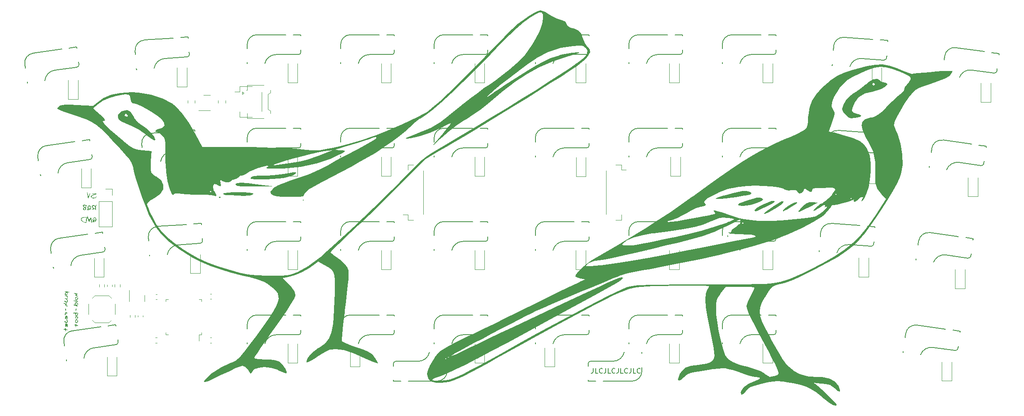
<source format=gbr>
%TF.GenerationSoftware,KiCad,Pcbnew,(7.0.0)*%
%TF.CreationDate,2023-08-19T14:18:27+02:00*%
%TF.ProjectId,tinyv pcb,74696e79-7620-4706-9362-2e6b69636164,rev?*%
%TF.SameCoordinates,Original*%
%TF.FileFunction,Legend,Bot*%
%TF.FilePolarity,Positive*%
%FSLAX46Y46*%
G04 Gerber Fmt 4.6, Leading zero omitted, Abs format (unit mm)*
G04 Created by KiCad (PCBNEW (7.0.0)) date 2023-08-19 14:18:27*
%MOMM*%
%LPD*%
G01*
G04 APERTURE LIST*
%ADD10C,0.150000*%
%ADD11C,0.120000*%
G04 APERTURE END LIST*
D10*
X169212201Y-92236130D02*
X169212201Y-92950416D01*
X169212201Y-92950416D02*
X169164582Y-93093273D01*
X169164582Y-93093273D02*
X169069344Y-93188511D01*
X169069344Y-93188511D02*
X168926487Y-93236130D01*
X168926487Y-93236130D02*
X168831249Y-93236130D01*
X170164582Y-93236130D02*
X169688392Y-93236130D01*
X169688392Y-93236130D02*
X169688392Y-92236130D01*
X171069344Y-93140892D02*
X171021725Y-93188511D01*
X171021725Y-93188511D02*
X170878868Y-93236130D01*
X170878868Y-93236130D02*
X170783630Y-93236130D01*
X170783630Y-93236130D02*
X170640773Y-93188511D01*
X170640773Y-93188511D02*
X170545535Y-93093273D01*
X170545535Y-93093273D02*
X170497916Y-92998035D01*
X170497916Y-92998035D02*
X170450297Y-92807559D01*
X170450297Y-92807559D02*
X170450297Y-92664702D01*
X170450297Y-92664702D02*
X170497916Y-92474226D01*
X170497916Y-92474226D02*
X170545535Y-92378988D01*
X170545535Y-92378988D02*
X170640773Y-92283750D01*
X170640773Y-92283750D02*
X170783630Y-92236130D01*
X170783630Y-92236130D02*
X170878868Y-92236130D01*
X170878868Y-92236130D02*
X171021725Y-92283750D01*
X171021725Y-92283750D02*
X171069344Y-92331369D01*
X171783630Y-92236130D02*
X171783630Y-92950416D01*
X171783630Y-92950416D02*
X171736011Y-93093273D01*
X171736011Y-93093273D02*
X171640773Y-93188511D01*
X171640773Y-93188511D02*
X171497916Y-93236130D01*
X171497916Y-93236130D02*
X171402678Y-93236130D01*
X172736011Y-93236130D02*
X172259821Y-93236130D01*
X172259821Y-93236130D02*
X172259821Y-92236130D01*
X173640773Y-93140892D02*
X173593154Y-93188511D01*
X173593154Y-93188511D02*
X173450297Y-93236130D01*
X173450297Y-93236130D02*
X173355059Y-93236130D01*
X173355059Y-93236130D02*
X173212202Y-93188511D01*
X173212202Y-93188511D02*
X173116964Y-93093273D01*
X173116964Y-93093273D02*
X173069345Y-92998035D01*
X173069345Y-92998035D02*
X173021726Y-92807559D01*
X173021726Y-92807559D02*
X173021726Y-92664702D01*
X173021726Y-92664702D02*
X173069345Y-92474226D01*
X173069345Y-92474226D02*
X173116964Y-92378988D01*
X173116964Y-92378988D02*
X173212202Y-92283750D01*
X173212202Y-92283750D02*
X173355059Y-92236130D01*
X173355059Y-92236130D02*
X173450297Y-92236130D01*
X173450297Y-92236130D02*
X173593154Y-92283750D01*
X173593154Y-92283750D02*
X173640773Y-92331369D01*
X174355059Y-92236130D02*
X174355059Y-92950416D01*
X174355059Y-92950416D02*
X174307440Y-93093273D01*
X174307440Y-93093273D02*
X174212202Y-93188511D01*
X174212202Y-93188511D02*
X174069345Y-93236130D01*
X174069345Y-93236130D02*
X173974107Y-93236130D01*
X175307440Y-93236130D02*
X174831250Y-93236130D01*
X174831250Y-93236130D02*
X174831250Y-92236130D01*
X176212202Y-93140892D02*
X176164583Y-93188511D01*
X176164583Y-93188511D02*
X176021726Y-93236130D01*
X176021726Y-93236130D02*
X175926488Y-93236130D01*
X175926488Y-93236130D02*
X175783631Y-93188511D01*
X175783631Y-93188511D02*
X175688393Y-93093273D01*
X175688393Y-93093273D02*
X175640774Y-92998035D01*
X175640774Y-92998035D02*
X175593155Y-92807559D01*
X175593155Y-92807559D02*
X175593155Y-92664702D01*
X175593155Y-92664702D02*
X175640774Y-92474226D01*
X175640774Y-92474226D02*
X175688393Y-92378988D01*
X175688393Y-92378988D02*
X175783631Y-92283750D01*
X175783631Y-92283750D02*
X175926488Y-92236130D01*
X175926488Y-92236130D02*
X176021726Y-92236130D01*
X176021726Y-92236130D02*
X176164583Y-92283750D01*
X176164583Y-92283750D02*
X176212202Y-92331369D01*
X176926488Y-92236130D02*
X176926488Y-92950416D01*
X176926488Y-92950416D02*
X176878869Y-93093273D01*
X176878869Y-93093273D02*
X176783631Y-93188511D01*
X176783631Y-93188511D02*
X176640774Y-93236130D01*
X176640774Y-93236130D02*
X176545536Y-93236130D01*
X177878869Y-93236130D02*
X177402679Y-93236130D01*
X177402679Y-93236130D02*
X177402679Y-92236130D01*
X178783631Y-93140892D02*
X178736012Y-93188511D01*
X178736012Y-93188511D02*
X178593155Y-93236130D01*
X178593155Y-93236130D02*
X178497917Y-93236130D01*
X178497917Y-93236130D02*
X178355060Y-93188511D01*
X178355060Y-93188511D02*
X178259822Y-93093273D01*
X178259822Y-93093273D02*
X178212203Y-92998035D01*
X178212203Y-92998035D02*
X178164584Y-92807559D01*
X178164584Y-92807559D02*
X178164584Y-92664702D01*
X178164584Y-92664702D02*
X178212203Y-92474226D01*
X178212203Y-92474226D02*
X178259822Y-92378988D01*
X178259822Y-92378988D02*
X178355060Y-92283750D01*
X178355060Y-92283750D02*
X178497917Y-92236130D01*
X178497917Y-92236130D02*
X178593155Y-92236130D01*
X178593155Y-92236130D02*
X178736012Y-92283750D01*
X178736012Y-92283750D02*
X178783631Y-92331369D01*
%TO.C,MX4*%
X128689824Y-27286030D02*
X128689824Y-27756030D01*
X128689824Y-24206030D02*
X128689824Y-24436030D01*
X128189824Y-28256030D02*
X123625000Y-28256030D01*
X127139824Y-24206030D02*
X128689824Y-24206030D01*
X119739824Y-24206030D02*
X125639824Y-24206030D01*
X117739824Y-29856030D02*
X117739824Y-30096030D01*
X117739824Y-27006030D02*
X117739824Y-26206030D01*
X128189824Y-28256030D02*
G75*
G03*
X128689824Y-27756030I-1J500001D01*
G01*
X123625000Y-28256030D02*
G75*
G03*
X121330678Y-30096030I-863J-2349335D01*
G01*
X119739824Y-24206030D02*
G75*
G03*
X117739824Y-26206030I5J-2000005D01*
G01*
D11*
%TO.C,D21*%
X67505464Y-73647500D02*
X67505464Y-69787500D01*
X69505464Y-73647500D02*
X67505464Y-73647500D01*
X69505464Y-73647500D02*
X69505464Y-69787500D01*
%TO.C,D34*%
X119650000Y-91903750D02*
X119650000Y-88043750D01*
X121650000Y-91903750D02*
X119650000Y-91903750D01*
X121650000Y-91903750D02*
X121650000Y-88043750D01*
D10*
%TO.C,MX23*%
X109639824Y-65386030D02*
X109639824Y-65856030D01*
X109639824Y-62306030D02*
X109639824Y-62536030D01*
X109139824Y-66356030D02*
X104575000Y-66356030D01*
X108089824Y-62306030D02*
X109639824Y-62306030D01*
X100689824Y-62306030D02*
X106589824Y-62306030D01*
X98689824Y-67956030D02*
X98689824Y-68196030D01*
X98689824Y-65106030D02*
X98689824Y-64306030D01*
X109139824Y-66356030D02*
G75*
G03*
X109639824Y-65856030I-1J500001D01*
G01*
X104575000Y-66356030D02*
G75*
G03*
X102280678Y-68196030I-863J-2349335D01*
G01*
X100689824Y-62306030D02*
G75*
G03*
X98689824Y-64306030I5J-2000005D01*
G01*
D11*
%TO.C,D8*%
X203787500Y-33960000D02*
X203787500Y-30100000D01*
X205787500Y-33960000D02*
X203787500Y-33960000D01*
X205787500Y-33960000D02*
X205787500Y-30100000D01*
D10*
%TO.C,MX12*%
X88202355Y-46743855D02*
X88235140Y-47212710D01*
X87987505Y-43671357D02*
X88003549Y-43900797D01*
X87771237Y-47746370D02*
X83217532Y-48064796D01*
X86441281Y-43779480D02*
X87987505Y-43671357D01*
X79059307Y-44295678D02*
X84944935Y-43884114D01*
X77458303Y-50071428D02*
X77475044Y-50310843D01*
X77259497Y-47228370D02*
X77203692Y-46430319D01*
X87771237Y-47746369D02*
G75*
G03*
X88235139Y-47212710I-34880J498782D01*
G01*
X83217532Y-48064796D02*
G75*
G03*
X81057151Y-50060358I163018J-2343669D01*
G01*
X79059307Y-44295678D02*
G75*
G03*
X77203693Y-46430319I139518J-1995132D01*
G01*
D11*
%TO.C,J6*%
X174941250Y-50746250D02*
X174941250Y-51796250D01*
X173791250Y-50746250D02*
X174941250Y-50746250D01*
X174941250Y-51796250D02*
X175931250Y-51796250D01*
X171821250Y-51916250D02*
X171821250Y-60796250D01*
X174941250Y-61966250D02*
X174941250Y-60916250D01*
X173791250Y-61966250D02*
X174941250Y-61966250D01*
%TO.C,D33*%
X106950000Y-91110000D02*
X106950000Y-87250000D01*
X108950000Y-91110000D02*
X106950000Y-91110000D01*
X108950000Y-91110000D02*
X108950000Y-87250000D01*
%TO.C,D23*%
X106950000Y-72060000D02*
X106950000Y-68200000D01*
X108950000Y-72060000D02*
X106950000Y-72060000D01*
X108950000Y-72060000D02*
X108950000Y-68200000D01*
D10*
%TO.C,MX34*%
X128689824Y-84436030D02*
X128689824Y-84906030D01*
X128689824Y-81356030D02*
X128689824Y-81586030D01*
X128189824Y-85406030D02*
X123625000Y-85406030D01*
X127139824Y-81356030D02*
X128689824Y-81356030D01*
X119739824Y-81356030D02*
X125639824Y-81356030D01*
X117739824Y-87006030D02*
X117739824Y-87246030D01*
X117739824Y-84156030D02*
X117739824Y-83356030D01*
X128189824Y-85406030D02*
G75*
G03*
X128689824Y-84906030I-1J500001D01*
G01*
X123625000Y-85406030D02*
G75*
G03*
X121330678Y-87246030I-863J-2349335D01*
G01*
X119739824Y-81356030D02*
G75*
G03*
X117739824Y-83356030I5J-2000005D01*
G01*
D11*
%TO.C,D2*%
X84421634Y-34808148D02*
X84421634Y-30948148D01*
X86421634Y-34808148D02*
X84421634Y-34808148D01*
X86421634Y-34808148D02*
X86421634Y-30948148D01*
D10*
%TO.C,MX8*%
X206477324Y-27286030D02*
X206477324Y-27756030D01*
X206477324Y-24206030D02*
X206477324Y-24436030D01*
X205977324Y-28256030D02*
X201412500Y-28256030D01*
X204927324Y-24206030D02*
X206477324Y-24206030D01*
X197527324Y-24206030D02*
X203427324Y-24206030D01*
X195527324Y-29856030D02*
X195527324Y-30096030D01*
X195527324Y-27006030D02*
X195527324Y-26206030D01*
X205977324Y-28256030D02*
G75*
G03*
X206477324Y-27756030I-1J500001D01*
G01*
X201412500Y-28256030D02*
G75*
G03*
X199118178Y-30096030I-863J-2349335D01*
G01*
X197527324Y-24206030D02*
G75*
G03*
X195527324Y-26206030I5J-2000005D01*
G01*
D11*
%TO.C,SW1*%
X71776250Y-81208750D02*
X71776250Y-79128750D01*
X70506250Y-82888750D02*
X70996250Y-82398750D01*
X70506250Y-82888750D02*
X67606250Y-82888750D01*
X70506250Y-77448750D02*
X70996250Y-77938750D01*
X70506250Y-77448750D02*
X67606250Y-77448750D01*
X67606250Y-82888750D02*
X67116250Y-82398750D01*
X67606250Y-77448750D02*
X67116250Y-77938750D01*
X66336250Y-81208750D02*
X66336250Y-79128750D01*
D10*
%TO.C,MX40*%
X243606464Y-87729406D02*
X243541052Y-88194832D01*
X244035117Y-84679380D02*
X244003107Y-84907142D01*
X242976332Y-88620379D02*
X238455932Y-87985079D01*
X242500201Y-84463662D02*
X244035117Y-84679380D01*
X235172218Y-83433781D02*
X241014799Y-84254902D01*
X232405354Y-88750449D02*
X232371952Y-88988114D01*
X232801997Y-85928185D02*
X232913335Y-85135971D01*
X242976332Y-88620378D02*
G75*
G03*
X243541052Y-88194832I69586J495134D01*
G01*
X238455932Y-87985079D02*
G75*
G03*
X235927861Y-89487864I-327818J-2326351D01*
G01*
X235172218Y-83433781D02*
G75*
G03*
X232913336Y-85135971I-278342J-1980542D01*
G01*
D11*
%TO.C,D28*%
X203787500Y-72060000D02*
X203787500Y-68200000D01*
X205787500Y-72060000D02*
X203787500Y-72060000D01*
X205787500Y-72060000D02*
X205787500Y-68200000D01*
D10*
%TO.C,MX15*%
X147739824Y-46336030D02*
X147739824Y-46806030D01*
X147739824Y-43256030D02*
X147739824Y-43486030D01*
X147239824Y-47306030D02*
X142675000Y-47306030D01*
X146189824Y-43256030D02*
X147739824Y-43256030D01*
X138789824Y-43256030D02*
X144689824Y-43256030D01*
X136789824Y-48906030D02*
X136789824Y-49146030D01*
X136789824Y-46056030D02*
X136789824Y-45256030D01*
X147239824Y-47306030D02*
G75*
G03*
X147739824Y-46806030I-1J500001D01*
G01*
X142675000Y-47306030D02*
G75*
G03*
X140380678Y-49146030I-863J-2349335D01*
G01*
X138789824Y-43256030D02*
G75*
G03*
X136789824Y-45256030I5J-2000005D01*
G01*
%TO.C,MX27*%
X187427324Y-65386030D02*
X187427324Y-65856030D01*
X187427324Y-62306030D02*
X187427324Y-62536030D01*
X186927324Y-66356030D02*
X182362500Y-66356030D01*
X185877324Y-62306030D02*
X187427324Y-62306030D01*
X178477324Y-62306030D02*
X184377324Y-62306030D01*
X176477324Y-67956030D02*
X176477324Y-68196030D01*
X176477324Y-65106030D02*
X176477324Y-64306030D01*
X186927324Y-66356030D02*
G75*
G03*
X187427324Y-65856030I-1J500001D01*
G01*
X182362500Y-66356030D02*
G75*
G03*
X180068178Y-68196030I-863J-2349335D01*
G01*
X178477324Y-62306030D02*
G75*
G03*
X176477324Y-64306030I5J-2000005D01*
G01*
%TO.C,MX1*%
X64351340Y-29782316D02*
X64416751Y-30247742D01*
X63922687Y-26732290D02*
X63954697Y-26960052D01*
X63991204Y-30812462D02*
X59470804Y-31447763D01*
X62387771Y-26948008D02*
X63922687Y-26732290D01*
X55059788Y-27977889D02*
X60902369Y-27156768D01*
X53865579Y-33851250D02*
X53898981Y-34088914D01*
X53468936Y-31028986D02*
X53357598Y-30236772D01*
X63991204Y-30812461D02*
G75*
G03*
X64416750Y-30247742I-69588J495134D01*
G01*
X59470804Y-31447764D02*
G75*
G03*
X57454889Y-33589164I326110J-2326591D01*
G01*
X55059788Y-27977890D02*
G75*
G03*
X53357598Y-30236772I278351J-1980540D01*
G01*
D11*
%TO.C,Q1*%
X77760000Y-77972814D02*
X77760000Y-77322814D01*
X77760000Y-77972814D02*
X77760000Y-78622814D01*
X74640000Y-77972814D02*
X74640000Y-76297814D01*
X74640000Y-77972814D02*
X74640000Y-78622814D01*
%TO.C,G\u002A\u002A\u002A*%
G36*
X110222464Y-57908798D02*
G01*
X110079768Y-58051494D01*
X109937071Y-57908798D01*
X110079768Y-57766101D01*
X110222464Y-57908798D01*
G37*
G36*
X93289131Y-57290446D02*
G01*
X93333780Y-57376287D01*
X93098869Y-57480708D01*
X92947783Y-57460112D01*
X92908607Y-57290446D01*
X92950436Y-57256290D01*
X93289131Y-57290446D01*
G37*
G36*
X98793830Y-54484966D02*
G01*
X100627623Y-54685386D01*
X104086509Y-55118992D01*
X100321892Y-55158277D01*
X98844517Y-55155149D01*
X97580660Y-55110253D01*
X96733470Y-55026979D01*
X96379646Y-54910153D01*
X96335393Y-54660963D01*
X96677318Y-54471188D01*
X97486929Y-54413044D01*
X98793830Y-54484966D01*
G37*
G36*
X98022388Y-56355636D02*
G01*
X98997925Y-56403041D01*
X99687107Y-56486207D01*
X99948307Y-56605572D01*
X99732766Y-56825368D01*
X99163476Y-57006216D01*
X98878292Y-57039945D01*
X97968579Y-57068309D01*
X96951678Y-57027653D01*
X96535559Y-56997405D01*
X95452863Y-56937405D01*
X94580340Y-56912402D01*
X94497357Y-56911282D01*
X93928711Y-56823066D01*
X93812352Y-56624528D01*
X94089251Y-56514876D01*
X94793929Y-56423613D01*
X95778763Y-56366360D01*
X96902125Y-56343555D01*
X98022388Y-56355636D01*
G37*
G36*
X108583930Y-52275313D02*
G01*
X108714344Y-52424921D01*
X108355142Y-52710071D01*
X108098889Y-52826990D01*
X107330889Y-53092262D01*
X106392089Y-53352502D01*
X106009530Y-53431113D01*
X105015304Y-53564083D01*
X103824098Y-53661706D01*
X102563458Y-53721015D01*
X101360932Y-53739040D01*
X100344069Y-53712814D01*
X99640416Y-53639369D01*
X99377521Y-53515736D01*
X99377521Y-53514953D01*
X99550307Y-53230847D01*
X100107714Y-53044741D01*
X101110576Y-52945492D01*
X102619726Y-52921960D01*
X102663876Y-52922147D01*
X104057331Y-52869522D01*
X105486100Y-52725276D01*
X106647558Y-52519636D01*
X107120678Y-52412440D01*
X108030506Y-52268677D01*
X108583930Y-52275313D01*
G37*
G36*
X75401692Y-40642506D02*
G01*
X75548662Y-40865147D01*
X75700502Y-41161391D01*
X76432776Y-42106289D01*
X77549080Y-42903962D01*
X78343798Y-43453212D01*
X79160715Y-44218486D01*
X79746523Y-44985852D01*
X79970779Y-45609573D01*
X79967694Y-45656537D01*
X79745585Y-45768198D01*
X79167640Y-45451310D01*
X78227252Y-44702436D01*
X77722451Y-44307586D01*
X76555433Y-43552121D01*
X75404487Y-42963196D01*
X75070517Y-42821951D01*
X73873365Y-42301195D01*
X73092831Y-41918458D01*
X72635725Y-41614679D01*
X72408853Y-41330795D01*
X72319023Y-41007746D01*
X72368781Y-40642506D01*
X73692127Y-40642506D01*
X73746581Y-40778895D01*
X74137060Y-40927899D01*
X74340912Y-40886831D01*
X74405610Y-40642506D01*
X74347196Y-40564564D01*
X73960677Y-40357112D01*
X73896962Y-40365281D01*
X73692127Y-40642506D01*
X72368781Y-40642506D01*
X72384415Y-40527751D01*
X72944658Y-39925047D01*
X73345430Y-39699380D01*
X74201577Y-39538335D01*
X74927233Y-39923763D01*
X75401692Y-40642506D01*
G37*
G36*
X168570054Y-27455023D02*
G01*
X168593785Y-27719016D01*
X168317997Y-28335779D01*
X168221383Y-28491537D01*
X167654756Y-29132722D01*
X166798536Y-29904858D01*
X165797329Y-30673817D01*
X165383484Y-30959984D01*
X164138905Y-31787913D01*
X162500730Y-32847196D01*
X160536108Y-34096623D01*
X158312186Y-35494981D01*
X155896112Y-37001060D01*
X153355035Y-38573648D01*
X150756102Y-40171532D01*
X148166462Y-41753502D01*
X145653262Y-43278346D01*
X143283650Y-44704852D01*
X141124774Y-45991808D01*
X139243782Y-47098004D01*
X137707822Y-47982227D01*
X136584043Y-48603266D01*
X136019878Y-48932189D01*
X135123044Y-49575164D01*
X134100128Y-50456609D01*
X132873545Y-51644996D01*
X131365713Y-53208798D01*
X130363282Y-54250454D01*
X128911183Y-55719531D01*
X127226574Y-57392882D01*
X125408786Y-59172662D01*
X123557148Y-60961024D01*
X121770989Y-62660126D01*
X121292353Y-63111883D01*
X119781009Y-64545419D01*
X118429147Y-65838242D01*
X117288187Y-66940455D01*
X116409551Y-67802163D01*
X115844660Y-68373469D01*
X115644936Y-68604477D01*
X115649591Y-68624926D01*
X115924272Y-68894528D01*
X116492519Y-69274052D01*
X116726266Y-69422598D01*
X117539610Y-70027592D01*
X118347575Y-70724901D01*
X118675854Y-71045501D01*
X119121445Y-71617712D01*
X119313713Y-72254125D01*
X119355049Y-73206999D01*
X119354734Y-73253909D01*
X119311154Y-74058977D01*
X119202356Y-75302780D01*
X119040297Y-76869102D01*
X118836934Y-78641728D01*
X118604226Y-80504442D01*
X118555225Y-80883903D01*
X118341967Y-82619515D01*
X118170549Y-84154605D01*
X118049986Y-85397942D01*
X117989293Y-86258295D01*
X117997486Y-86644434D01*
X118194495Y-86813118D01*
X118845898Y-87141714D01*
X119832553Y-87543416D01*
X121034465Y-87966010D01*
X122150937Y-88342242D01*
X123133413Y-88722130D01*
X123792184Y-89072151D01*
X124252055Y-89461323D01*
X124637834Y-89958664D01*
X124829579Y-90248403D01*
X125200842Y-90866786D01*
X125348307Y-91207314D01*
X125318946Y-91242738D01*
X124901647Y-91165636D01*
X124001267Y-90824081D01*
X122631746Y-90223711D01*
X120807024Y-89370165D01*
X119957505Y-89005954D01*
X118332386Y-88514353D01*
X116818956Y-88303265D01*
X115589064Y-88404492D01*
X115497191Y-88433932D01*
X114867398Y-88731971D01*
X113969424Y-89242568D01*
X112965824Y-89874623D01*
X112647403Y-90081569D01*
X111776266Y-90608740D01*
X111132816Y-90940234D01*
X110837891Y-91011490D01*
X110777550Y-90701221D01*
X111040122Y-90114259D01*
X111576659Y-89415854D01*
X112286938Y-88732606D01*
X113070731Y-88191112D01*
X113385941Y-88013451D01*
X114581973Y-87152554D01*
X115398047Y-86134635D01*
X115916086Y-84827106D01*
X116218014Y-83097377D01*
X116325793Y-81883573D01*
X116427095Y-80295933D01*
X116509696Y-78548482D01*
X116562233Y-76847520D01*
X116584843Y-75571547D01*
X116572606Y-74221460D01*
X116472958Y-73259057D01*
X116245294Y-72578172D01*
X115849012Y-72072642D01*
X115243509Y-71636300D01*
X114388182Y-71162982D01*
X113163518Y-70513299D01*
X112192430Y-71242608D01*
X111267469Y-71868510D01*
X109804554Y-72669824D01*
X108338986Y-73293269D01*
X107085392Y-73638170D01*
X105898900Y-73827897D01*
X107204502Y-75153431D01*
X107764440Y-75760774D01*
X108333787Y-76589947D01*
X108510105Y-77285499D01*
X108472128Y-77507539D01*
X108216354Y-78109348D01*
X107700271Y-79016666D01*
X106901293Y-80265711D01*
X105796836Y-81892700D01*
X104364314Y-83933853D01*
X103452942Y-85223919D01*
X102401355Y-86728374D01*
X101500282Y-88035377D01*
X100795186Y-89078281D01*
X100331526Y-89790438D01*
X100154764Y-90105202D01*
X100153428Y-90113989D01*
X100374462Y-90296084D01*
X101105122Y-90404688D01*
X102374150Y-90444190D01*
X103394495Y-90475419D01*
X104563921Y-90612723D01*
X105257349Y-90847752D01*
X105549267Y-91101956D01*
X106025524Y-91684256D01*
X106460540Y-92358144D01*
X106745015Y-92947971D01*
X106769652Y-93278090D01*
X106593461Y-93265939D01*
X106025281Y-93066243D01*
X105225478Y-92708207D01*
X104767837Y-92509527D01*
X103481688Y-92147432D01*
X102196477Y-92020087D01*
X101044790Y-92120969D01*
X100159211Y-92443557D01*
X99672325Y-92981331D01*
X99634071Y-93080483D01*
X99470057Y-93359202D01*
X99268060Y-93234650D01*
X98911676Y-92657231D01*
X98388252Y-91999167D01*
X97776398Y-91729703D01*
X97729201Y-91733270D01*
X97183009Y-91895411D01*
X96265656Y-92263401D01*
X95092998Y-92788204D01*
X93780892Y-93420783D01*
X93377818Y-93621227D01*
X91846749Y-94363824D01*
X90774677Y-94841272D01*
X90128064Y-95061990D01*
X89873371Y-95034396D01*
X89977058Y-94766907D01*
X90405587Y-94267941D01*
X91525210Y-93242043D01*
X93316213Y-92031094D01*
X95167429Y-91203934D01*
X95168942Y-91203444D01*
X95772914Y-90983506D01*
X96286892Y-90708873D01*
X96796787Y-90298726D01*
X97388512Y-89672244D01*
X98147980Y-88748609D01*
X99161103Y-87447000D01*
X100379262Y-85851081D01*
X101921032Y-83771293D01*
X103126623Y-82053606D01*
X104020945Y-80658341D01*
X104628907Y-79545824D01*
X104975418Y-78676376D01*
X105085386Y-78010320D01*
X105075796Y-77688191D01*
X104939216Y-77008514D01*
X104570002Y-76409400D01*
X103878446Y-75773296D01*
X102774838Y-74982652D01*
X102172331Y-74626198D01*
X100811513Y-74084120D01*
X99011726Y-73648709D01*
X97726094Y-73371910D01*
X95510532Y-72787842D01*
X93235412Y-72076855D01*
X91056616Y-71292674D01*
X89130023Y-70489024D01*
X87611515Y-69719627D01*
X87213263Y-69485998D01*
X84781429Y-67945714D01*
X82820792Y-66465412D01*
X81259084Y-64977524D01*
X80024038Y-63414484D01*
X79043386Y-61708724D01*
X78659756Y-60878615D01*
X78011948Y-59326590D01*
X77348945Y-57589097D01*
X76719990Y-55807618D01*
X76174327Y-54123636D01*
X75761202Y-52678632D01*
X75529858Y-51614089D01*
X75498928Y-51424205D01*
X75347293Y-50823984D01*
X75074528Y-50237903D01*
X74611295Y-49560258D01*
X73888259Y-48685346D01*
X72836083Y-47507465D01*
X72748078Y-47410633D01*
X71213777Y-45739269D01*
X69960465Y-44431282D01*
X68899874Y-43422000D01*
X67943737Y-42646751D01*
X67003788Y-42040865D01*
X65991757Y-41539669D01*
X64819380Y-41078492D01*
X63398388Y-40592662D01*
X62870128Y-40418141D01*
X61549298Y-39974754D01*
X60678466Y-39657081D01*
X60187487Y-39426034D01*
X60006215Y-39242526D01*
X60018442Y-39205806D01*
X67303999Y-39205806D01*
X68708135Y-40494942D01*
X69015363Y-40781298D01*
X69590475Y-41374084D01*
X69762038Y-41690501D01*
X69565658Y-41784079D01*
X69492849Y-41785174D01*
X69257275Y-41858526D01*
X69367536Y-42120493D01*
X69857272Y-42673701D01*
X70219178Y-43033242D01*
X71019090Y-43772586D01*
X72030135Y-44668261D01*
X73117153Y-45598982D01*
X73797108Y-46167840D01*
X74678101Y-46872395D01*
X75342429Y-47316283D01*
X75926354Y-47568845D01*
X76566140Y-47699416D01*
X77398052Y-47777337D01*
X79257296Y-47920034D01*
X79167442Y-48776214D01*
X79141290Y-49059204D01*
X79075563Y-50008872D01*
X79024746Y-51048034D01*
X79011524Y-51704988D01*
X79103556Y-52293212D01*
X79428378Y-52685126D01*
X80100454Y-53098964D01*
X80106408Y-53102320D01*
X81141647Y-53903005D01*
X81626092Y-54791456D01*
X81563018Y-55718586D01*
X80955699Y-56635309D01*
X79807409Y-57492536D01*
X79088960Y-57946541D01*
X78488919Y-58425260D01*
X78258419Y-58752876D01*
X78288169Y-58895633D01*
X78516085Y-59500161D01*
X78919748Y-60409769D01*
X79440489Y-61488677D01*
X80169590Y-62813856D01*
X81105955Y-64143372D01*
X82242787Y-65358078D01*
X83688111Y-66571268D01*
X85549949Y-67896236D01*
X86929674Y-68786431D01*
X88699973Y-69786034D01*
X90541330Y-70639189D01*
X92618596Y-71420276D01*
X95096622Y-72203675D01*
X95689818Y-72377792D01*
X97134418Y-72775203D01*
X98335977Y-73039570D01*
X99497938Y-73202273D01*
X100823746Y-73294693D01*
X102516846Y-73348211D01*
X102727316Y-73352602D01*
X104249966Y-73360195D01*
X105640517Y-73328471D01*
X106752900Y-73262763D01*
X107441044Y-73168406D01*
X109029826Y-72607912D01*
X111142209Y-71433354D01*
X113417875Y-69729783D01*
X113678214Y-69510259D01*
X114967954Y-68383894D01*
X116562712Y-66944260D01*
X118384714Y-65265360D01*
X120356188Y-63421195D01*
X122399363Y-61485767D01*
X124436465Y-59533079D01*
X126389724Y-57637132D01*
X128181366Y-55871928D01*
X129733620Y-54311470D01*
X130968714Y-53029758D01*
X131599530Y-52364500D01*
X133040917Y-50906429D01*
X134252573Y-49792182D01*
X135321811Y-48944594D01*
X136335947Y-48286500D01*
X138223920Y-47187290D01*
X141632086Y-45182887D01*
X145047747Y-43150046D01*
X148414963Y-41123314D01*
X151677791Y-39137241D01*
X154780292Y-37226376D01*
X157666524Y-35425268D01*
X160280546Y-33768466D01*
X162566417Y-32290518D01*
X164468196Y-31025974D01*
X165929943Y-30009382D01*
X166608848Y-29502490D01*
X167525966Y-28694528D01*
X167985996Y-28034087D01*
X168026135Y-27455023D01*
X167683581Y-26891194D01*
X167642874Y-26846750D01*
X167308224Y-26566349D01*
X166872370Y-26430154D01*
X166180383Y-26414706D01*
X165077333Y-26496544D01*
X162681309Y-26864583D01*
X160064453Y-27676101D01*
X157816596Y-28865208D01*
X157162999Y-29315107D01*
X155953996Y-30181160D01*
X154580403Y-31195028D01*
X153131719Y-32287691D01*
X151697442Y-33390127D01*
X150367071Y-34433316D01*
X149230104Y-35348238D01*
X148376039Y-36065870D01*
X147894374Y-36517193D01*
X147658450Y-36795360D01*
X147631060Y-36912573D01*
X147984044Y-36702735D01*
X148750554Y-36151694D01*
X148933890Y-36017969D01*
X150042726Y-35248269D01*
X151440192Y-34324020D01*
X153017344Y-33312732D01*
X154665237Y-32281917D01*
X156274927Y-31299085D01*
X157737471Y-30431747D01*
X158943925Y-29747416D01*
X159785344Y-29313600D01*
X160528248Y-29010941D01*
X161941383Y-28557191D01*
X163469431Y-28174031D01*
X164899037Y-27912478D01*
X166016846Y-27823547D01*
X166216095Y-27829824D01*
X166450286Y-27881612D01*
X166206644Y-28006294D01*
X165446060Y-28231846D01*
X163463256Y-28815137D01*
X160713682Y-29777972D01*
X158183644Y-30888594D01*
X155762052Y-32209741D01*
X153337819Y-33804152D01*
X150799855Y-35734565D01*
X148037071Y-38063719D01*
X147549675Y-38473021D01*
X146233228Y-39481287D01*
X144759661Y-40512720D01*
X143365836Y-41398235D01*
X142918927Y-41672807D01*
X141351469Y-42744638D01*
X139747535Y-43975521D01*
X138371454Y-45166042D01*
X138009587Y-45505305D01*
X137153093Y-46293756D01*
X136673615Y-46702080D01*
X136573094Y-46722338D01*
X136853469Y-46346591D01*
X137516681Y-45566902D01*
X138564668Y-44375332D01*
X138857386Y-44041437D01*
X139538029Y-43232517D01*
X140011323Y-42621617D01*
X140188756Y-42320710D01*
X140170697Y-42300745D01*
X139830271Y-42395806D01*
X139147342Y-42714338D01*
X138238585Y-43203522D01*
X137497137Y-43588368D01*
X135685672Y-44335513D01*
X133792456Y-44901402D01*
X133457757Y-44980303D01*
X132063956Y-45289368D01*
X131216483Y-45436047D01*
X130914302Y-45419306D01*
X131156376Y-45238107D01*
X131941668Y-44891414D01*
X133269141Y-44378190D01*
X134010108Y-44098029D01*
X135114009Y-43653250D01*
X136074066Y-43207380D01*
X136987252Y-42699601D01*
X137950540Y-42069093D01*
X139060905Y-41255040D01*
X140415318Y-40196621D01*
X142110753Y-38833019D01*
X142664820Y-38388178D01*
X144152247Y-37223172D01*
X145641201Y-36092844D01*
X146985028Y-35107460D01*
X148037071Y-34377281D01*
X149144333Y-33616542D01*
X150683255Y-32475895D01*
X152180172Y-31283125D01*
X153526008Y-30129135D01*
X154611687Y-29104824D01*
X155328135Y-28301094D01*
X155950707Y-27454094D01*
X156847148Y-26146210D01*
X157558797Y-24949499D01*
X158211413Y-23661607D01*
X158391864Y-23256402D01*
X158798877Y-22060021D01*
X159002293Y-20972578D01*
X158984801Y-20127891D01*
X158729090Y-19659780D01*
X158711166Y-19649818D01*
X158208572Y-19687147D01*
X157382908Y-20082211D01*
X156302239Y-20783807D01*
X155034630Y-21740731D01*
X153648148Y-22901781D01*
X152210858Y-24215753D01*
X150790825Y-25631444D01*
X148326777Y-28184921D01*
X145336786Y-31226141D01*
X142644524Y-33894802D01*
X140261524Y-36180127D01*
X138199319Y-38071338D01*
X136469442Y-39557659D01*
X135083425Y-40628313D01*
X134052801Y-41272523D01*
X133840317Y-41387295D01*
X132943536Y-42007147D01*
X132242755Y-42679016D01*
X131795853Y-43151888D01*
X130861754Y-43978136D01*
X129633564Y-44960533D01*
X128219419Y-46016342D01*
X126727454Y-47062824D01*
X125265808Y-48017241D01*
X124730577Y-48344352D01*
X123385006Y-49134718D01*
X121716480Y-50086411D01*
X119845581Y-51132804D01*
X117892891Y-52207270D01*
X115978992Y-53243182D01*
X114224466Y-54173913D01*
X112749895Y-54932837D01*
X112660426Y-54978008D01*
X111419964Y-55664127D01*
X110669845Y-56224055D01*
X110357707Y-56696393D01*
X110319390Y-56835293D01*
X110190821Y-57072123D01*
X109917890Y-57215656D01*
X109394040Y-57285456D01*
X108512714Y-57301084D01*
X107167357Y-57282103D01*
X105849083Y-57240832D01*
X104764967Y-57151820D01*
X104080234Y-57006390D01*
X103703128Y-56791548D01*
X103495650Y-56553242D01*
X103460426Y-56220857D01*
X103820192Y-55744479D01*
X103853941Y-55707162D01*
X104112969Y-55443072D01*
X104412972Y-55213223D01*
X104837320Y-54981684D01*
X105469388Y-54712520D01*
X106392547Y-54369799D01*
X107690170Y-53917587D01*
X109445629Y-53319952D01*
X109466487Y-53312872D01*
X111016317Y-52748035D01*
X112546386Y-52124161D01*
X113881336Y-51516564D01*
X114845807Y-51000563D01*
X115197781Y-50789135D01*
X116265952Y-50179310D01*
X117639581Y-49423287D01*
X119179245Y-48597239D01*
X120745521Y-47777337D01*
X121131711Y-47576806D01*
X122681486Y-46743516D01*
X123863391Y-46059606D01*
X124654359Y-45544114D01*
X125031326Y-45216080D01*
X124971223Y-45094541D01*
X124450986Y-45198536D01*
X123447549Y-45547104D01*
X123006669Y-45707277D01*
X121791592Y-46110150D01*
X120356744Y-46550358D01*
X118926959Y-46957742D01*
X118327242Y-47121192D01*
X117291465Y-47411804D01*
X116737972Y-47593664D01*
X116618215Y-47693640D01*
X116883648Y-47738602D01*
X117485723Y-47755419D01*
X118112955Y-47783500D01*
X118151643Y-47792171D01*
X118544603Y-47880243D01*
X118551570Y-48070615D01*
X118106552Y-48381673D01*
X117182243Y-48840475D01*
X115751338Y-49474079D01*
X113098673Y-50427993D01*
X109631561Y-51197312D01*
X106084262Y-51495381D01*
X104700194Y-51512402D01*
X103613410Y-51513988D01*
X102955396Y-51490465D01*
X102650978Y-51435114D01*
X102624984Y-51341218D01*
X102802240Y-51202056D01*
X103043862Y-50979536D01*
X102789782Y-50944278D01*
X102048423Y-51103195D01*
X100843767Y-51453211D01*
X100028091Y-51740550D01*
X99169735Y-52123200D01*
X98657505Y-52452088D01*
X98289813Y-52722090D01*
X97679721Y-52914416D01*
X97361168Y-52976679D01*
X96808981Y-53342506D01*
X96548426Y-53563315D01*
X95917857Y-53770596D01*
X95619438Y-53819279D01*
X95382015Y-54055989D01*
X95341847Y-54171764D01*
X94953245Y-54324302D01*
X94317831Y-54280133D01*
X93641701Y-54041028D01*
X93345085Y-53901305D01*
X93178507Y-53980922D01*
X93271024Y-54499844D01*
X93360366Y-54916007D01*
X93279503Y-55114682D01*
X92870889Y-54942895D01*
X92458957Y-54749758D01*
X92036791Y-54626775D01*
X91831967Y-54769826D01*
X91753473Y-55254378D01*
X91867463Y-55872724D01*
X92044936Y-56196438D01*
X92158783Y-56404098D01*
X92185096Y-56433767D01*
X92449926Y-56904018D01*
X92351539Y-57154146D01*
X91939135Y-57041394D01*
X91876163Y-57014637D01*
X91324236Y-56927959D01*
X90405087Y-56876542D01*
X89280260Y-56870754D01*
X89228507Y-56871592D01*
X87848843Y-56857259D01*
X86448107Y-56786114D01*
X85321903Y-56672931D01*
X84766381Y-56597589D01*
X84076055Y-56550140D01*
X83748993Y-56640907D01*
X83656844Y-56886342D01*
X83612521Y-56968087D01*
X83401594Y-56743609D01*
X83111889Y-56196438D01*
X91101116Y-56196438D01*
X91243813Y-56339135D01*
X91386509Y-56196438D01*
X91243813Y-56053742D01*
X91101116Y-56196438D01*
X83111889Y-56196438D01*
X83080607Y-56137356D01*
X82859547Y-55572799D01*
X82469549Y-54054780D01*
X82187818Y-52190573D01*
X82083381Y-50794288D01*
X103997362Y-50794288D01*
X104235947Y-50822174D01*
X104937493Y-50751992D01*
X106084262Y-50593898D01*
X107826268Y-50325323D01*
X109426578Y-50029283D01*
X110789017Y-49702247D01*
X112089637Y-49301258D01*
X113504487Y-48783360D01*
X116073026Y-47792171D01*
X114387043Y-47972030D01*
X113894760Y-48046012D01*
X112764954Y-48277078D01*
X111310364Y-48620825D01*
X109665706Y-49044844D01*
X107965695Y-49516730D01*
X106236757Y-50020665D01*
X104980029Y-50403689D01*
X104239477Y-50658178D01*
X103997362Y-50794288D01*
X82083381Y-50794288D01*
X82033539Y-50127927D01*
X82025895Y-48014589D01*
X82050121Y-47180892D01*
X82042076Y-46247540D01*
X81953047Y-45639678D01*
X81754861Y-45208178D01*
X81419346Y-44803915D01*
X81350961Y-44732968D01*
X80785441Y-44260512D01*
X80349121Y-44067225D01*
X80076888Y-44029395D01*
X79968886Y-43833291D01*
X80251485Y-43568912D01*
X80846243Y-43349506D01*
X81298708Y-43215114D01*
X81810912Y-42814165D01*
X81784327Y-42233014D01*
X81220772Y-41462505D01*
X81138650Y-41380480D01*
X80411929Y-40792054D01*
X79408385Y-40117811D01*
X78275764Y-39441980D01*
X77161810Y-38848788D01*
X76214269Y-38422465D01*
X75580885Y-38247239D01*
X75415069Y-38227563D01*
X75046214Y-37965562D01*
X74886967Y-37289135D01*
X74790346Y-36718765D01*
X74504548Y-36421853D01*
X73846804Y-36361607D01*
X73311518Y-36397795D01*
X71990874Y-36670345D01*
X70562769Y-37142329D01*
X69252725Y-37732682D01*
X68286265Y-38360340D01*
X67303999Y-39205806D01*
X60018442Y-39205806D01*
X60064505Y-39067468D01*
X60292211Y-38861772D01*
X60603766Y-38657034D01*
X61037400Y-38518755D01*
X61684138Y-38459368D01*
X62662522Y-38468729D01*
X64091090Y-38536693D01*
X67270779Y-38713003D01*
X68358840Y-37839710D01*
X69411358Y-37119311D01*
X70985223Y-36443209D01*
X72849955Y-36069839D01*
X75119094Y-35967759D01*
X76528623Y-36040318D01*
X79056866Y-36459499D01*
X81399568Y-37210420D01*
X83390600Y-38247297D01*
X84213369Y-38900654D01*
X85508496Y-40316412D01*
X86850447Y-42217645D01*
X88204639Y-44559011D01*
X89531453Y-47063854D01*
X97522464Y-47124475D01*
X99535358Y-47147822D01*
X101790774Y-47191677D01*
X103926570Y-47250614D01*
X105829955Y-47320962D01*
X107388136Y-47399053D01*
X108488323Y-47481216D01*
X109272782Y-47554746D01*
X110708032Y-47669003D01*
X111990088Y-47747552D01*
X112911918Y-47776569D01*
X113438674Y-47745004D01*
X114673861Y-47565995D01*
X116240214Y-47256081D01*
X118006279Y-46846524D01*
X119840603Y-46368587D01*
X121611731Y-45853534D01*
X123188210Y-45332626D01*
X123561339Y-45197156D01*
X125067495Y-44620861D01*
X126766366Y-43934552D01*
X128554494Y-43183669D01*
X130328418Y-42413655D01*
X131984677Y-41669953D01*
X133419810Y-40998003D01*
X134530357Y-40443250D01*
X135212858Y-40051134D01*
X135452826Y-39880849D01*
X136528346Y-39018758D01*
X137946228Y-37765061D01*
X139677772Y-36146969D01*
X141694282Y-34191698D01*
X143967060Y-31926461D01*
X146467408Y-29378472D01*
X147114307Y-28713269D01*
X148540042Y-27250541D01*
X149891159Y-25868611D01*
X151087007Y-24649753D01*
X152046937Y-23676242D01*
X152690297Y-23030351D01*
X152756381Y-22965479D01*
X153668331Y-22163290D01*
X154762166Y-21325716D01*
X155914368Y-20533578D01*
X157001420Y-19867700D01*
X157899803Y-19408904D01*
X158485999Y-19238011D01*
X158771706Y-19310822D01*
X159451988Y-19625281D01*
X160278306Y-20103887D01*
X160818837Y-20418639D01*
X161836252Y-20902381D01*
X162688675Y-21185734D01*
X162940836Y-21244474D01*
X163581368Y-21541484D01*
X163824836Y-22031747D01*
X164013800Y-22468765D01*
X164681016Y-22824707D01*
X165442283Y-23012025D01*
X166242275Y-23360778D01*
X166720002Y-23889267D01*
X167026049Y-24719144D01*
X167095988Y-24951711D01*
X167528258Y-25924752D01*
X168062819Y-26698357D01*
X168161999Y-26803843D01*
X168556190Y-27300801D01*
X168570054Y-27455023D01*
G37*
D10*
%TO.C,MX17*%
X187427324Y-46336030D02*
X187427324Y-46806030D01*
X187427324Y-43256030D02*
X187427324Y-43486030D01*
X186927324Y-47306030D02*
X182362500Y-47306030D01*
X185877324Y-43256030D02*
X187427324Y-43256030D01*
X178477324Y-43256030D02*
X184377324Y-43256030D01*
X176477324Y-48906030D02*
X176477324Y-49146030D01*
X176477324Y-46056030D02*
X176477324Y-45256030D01*
X186927324Y-47306030D02*
G75*
G03*
X187427324Y-46806030I-1J500001D01*
G01*
X182362500Y-47306030D02*
G75*
G03*
X180068178Y-49146030I-863J-2349335D01*
G01*
X178477324Y-43256030D02*
G75*
G03*
X176477324Y-45256030I5J-2000005D01*
G01*
D11*
%TO.C,J3*%
X71141964Y-63355000D02*
X68481964Y-63355000D01*
X71141964Y-58215000D02*
X71141964Y-63355000D01*
X71141964Y-58215000D02*
X68481964Y-58215000D01*
X71141964Y-56945000D02*
X71141964Y-55615000D01*
X71141964Y-55615000D02*
X69811964Y-55615000D01*
X68481964Y-58215000D02*
X68481964Y-63355000D01*
D10*
%TO.C,MX14*%
X128689824Y-46336030D02*
X128689824Y-46806030D01*
X128689824Y-43256030D02*
X128689824Y-43486030D01*
X128189824Y-47306030D02*
X123625000Y-47306030D01*
X127139824Y-43256030D02*
X128689824Y-43256030D01*
X119739824Y-43256030D02*
X125639824Y-43256030D01*
X117739824Y-48906030D02*
X117739824Y-49146030D01*
X117739824Y-46056030D02*
X117739824Y-45256030D01*
X128189824Y-47306030D02*
G75*
G03*
X128689824Y-46806030I-1J500001D01*
G01*
X123625000Y-47306030D02*
G75*
G03*
X121330678Y-49146030I-863J-2349335D01*
G01*
X119739824Y-43256030D02*
G75*
G03*
X117739824Y-45256030I5J-2000005D01*
G01*
%TO.C,MX22*%
X89553121Y-65762149D02*
X89585906Y-66231004D01*
X89338271Y-62689651D02*
X89354315Y-62919091D01*
X89122003Y-66764664D02*
X84568298Y-67083090D01*
X87792047Y-62797774D02*
X89338271Y-62689651D01*
X80410073Y-63313972D02*
X86295701Y-62902408D01*
X78809069Y-69089722D02*
X78825810Y-69329137D01*
X78610263Y-66246664D02*
X78554458Y-65448613D01*
X89122003Y-66764663D02*
G75*
G03*
X89585905Y-66231004I-34880J498782D01*
G01*
X84568298Y-67083090D02*
G75*
G03*
X82407917Y-69078652I163018J-2343669D01*
G01*
X80410073Y-63313972D02*
G75*
G03*
X78554459Y-65448613I139518J-1995132D01*
G01*
D11*
%TO.C,C4*%
X91140670Y-86008750D02*
X91421830Y-86008750D01*
X91140670Y-87028750D02*
X91421830Y-87028750D01*
D10*
%TO.C,MX3*%
X109639824Y-27286030D02*
X109639824Y-27756030D01*
X109639824Y-24206030D02*
X109639824Y-24436030D01*
X109139824Y-28256030D02*
X104575000Y-28256030D01*
X108089824Y-24206030D02*
X109639824Y-24206030D01*
X100689824Y-24206030D02*
X106589824Y-24206030D01*
X98689824Y-29856030D02*
X98689824Y-30096030D01*
X98689824Y-27006030D02*
X98689824Y-26206030D01*
X109139824Y-28256030D02*
G75*
G03*
X109639824Y-27756030I-1J500001D01*
G01*
X104575000Y-28256030D02*
G75*
G03*
X102280678Y-30096030I-863J-2349335D01*
G01*
X100689824Y-24206030D02*
G75*
G03*
X98689824Y-26206030I5J-2000005D01*
G01*
D11*
%TO.C,D10*%
X248237500Y-37928750D02*
X248237500Y-34068750D01*
X250237500Y-37928750D02*
X248237500Y-37928750D01*
X250237500Y-37928750D02*
X250237500Y-34068750D01*
%TO.C,D6*%
X165687500Y-33960000D02*
X165687500Y-30100000D01*
X167687500Y-33960000D02*
X165687500Y-33960000D01*
X167687500Y-33960000D02*
X167687500Y-30100000D01*
D10*
%TO.C,MX28*%
X206477324Y-65386030D02*
X206477324Y-65856030D01*
X206477324Y-62306030D02*
X206477324Y-62536030D01*
X205977324Y-66356030D02*
X201412500Y-66356030D01*
X204927324Y-62306030D02*
X206477324Y-62306030D01*
X197527324Y-62306030D02*
X203427324Y-62306030D01*
X195527324Y-67956030D02*
X195527324Y-68196030D01*
X195527324Y-65106030D02*
X195527324Y-64306030D01*
X205977324Y-66356030D02*
G75*
G03*
X206477324Y-65856030I-1J500001D01*
G01*
X201412500Y-66356030D02*
G75*
G03*
X199118178Y-68196030I-863J-2349335D01*
G01*
X197527324Y-62306030D02*
G75*
G03*
X195527324Y-64306030I5J-2000005D01*
G01*
D11*
%TO.C,D20*%
X245617400Y-57201910D02*
X245617400Y-53341910D01*
X247617400Y-57201910D02*
X245617400Y-57201910D01*
X247617400Y-57201910D02*
X247617400Y-53341910D01*
%TO.C,D1*%
X62235561Y-37369733D02*
X62235561Y-33509733D01*
X64235561Y-37369733D02*
X62235561Y-37369733D01*
X64235561Y-37369733D02*
X64235561Y-33509733D01*
D10*
%TO.C,MX39*%
X168172676Y-91776470D02*
X168172676Y-91306470D01*
X168172676Y-94856470D02*
X168172676Y-94626470D01*
X168672676Y-90806470D02*
X173237500Y-90806470D01*
X169722676Y-94856470D02*
X168172676Y-94856470D01*
X177122676Y-94856470D02*
X171222676Y-94856470D01*
X179122676Y-89206470D02*
X179122676Y-88966470D01*
X179122676Y-92056470D02*
X179122676Y-92856470D01*
X168672676Y-90806470D02*
G75*
G03*
X168172676Y-91306470I1J-500001D01*
G01*
X173237500Y-90806470D02*
G75*
G03*
X175531822Y-88966470I863J2349335D01*
G01*
X177122676Y-94856470D02*
G75*
G03*
X179122676Y-92856470I-5J2000005D01*
G01*
D11*
%TO.C,D30*%
X242980283Y-75935302D02*
X242980283Y-72075302D01*
X244980283Y-75935302D02*
X242980283Y-75935302D01*
X244980283Y-75935302D02*
X244980283Y-72075302D01*
%TO.C,D12*%
X85706202Y-53728434D02*
X85706202Y-49868434D01*
X87706202Y-53728434D02*
X85706202Y-53728434D01*
X87706202Y-53728434D02*
X87706202Y-49868434D01*
%TO.C,D4*%
X126000000Y-33960000D02*
X126000000Y-30100000D01*
X128000000Y-33960000D02*
X126000000Y-33960000D01*
X128000000Y-33960000D02*
X128000000Y-30100000D01*
D10*
%TO.C,MX30*%
X246245696Y-68866302D02*
X246180284Y-69331728D01*
X246674349Y-65816276D02*
X246642339Y-66044038D01*
X245615564Y-69757275D02*
X241095164Y-69121975D01*
X245139433Y-65600558D02*
X246674349Y-65816276D01*
X237811450Y-64570677D02*
X243654031Y-65391798D01*
X235044586Y-69887345D02*
X235011184Y-70125010D01*
X235441229Y-67065081D02*
X235552567Y-66272867D01*
X245615564Y-69757274D02*
G75*
G03*
X246180284Y-69331728I69586J495134D01*
G01*
X241095164Y-69121975D02*
G75*
G03*
X238567093Y-70624760I-327818J-2326351D01*
G01*
X237811450Y-64570677D02*
G75*
G03*
X235552568Y-66272867I-278342J-1980542D01*
G01*
D11*
%TO.C,D22*%
X87106250Y-72853750D02*
X87106250Y-68993750D01*
X89106250Y-72853750D02*
X87106250Y-72853750D01*
X89106250Y-72853750D02*
X89106250Y-68993750D01*
%TO.C,D16*%
X165713163Y-53086990D02*
X165713163Y-49226990D01*
X167713163Y-53086990D02*
X165713163Y-53086990D01*
X167713163Y-53086990D02*
X167713163Y-49226990D01*
%TO.C,D37*%
X184737500Y-91110000D02*
X184737500Y-87250000D01*
X186737500Y-91110000D02*
X184737500Y-91110000D01*
X186737500Y-91110000D02*
X186737500Y-87250000D01*
D10*
%TO.C,MX29*%
X226410612Y-66415935D02*
X226377827Y-66884791D01*
X226625462Y-63343438D02*
X226609418Y-63572878D01*
X225844166Y-67348694D02*
X221290462Y-67030268D01*
X225079238Y-63235316D02*
X226625462Y-63343438D01*
X217697264Y-62719118D02*
X223582892Y-63130681D01*
X215308012Y-68215842D02*
X215291270Y-68455257D01*
X215506818Y-65372784D02*
X215562623Y-64574733D01*
X225844166Y-67348694D02*
G75*
G03*
X226377827Y-66884791I34878J498783D01*
G01*
X221290462Y-67030269D02*
G75*
G03*
X218873378Y-68705742I-164745J-2343548D01*
G01*
X217697264Y-62719118D02*
G75*
G03*
X215562623Y-64574733I-139508J-1995133D01*
G01*
D11*
%TO.C,C8*%
X76404812Y-81735460D02*
X76404812Y-81454300D01*
X77424812Y-81735460D02*
X77424812Y-81454300D01*
%TO.C,G\u002A\u002A\u002A*%
G36*
X196772969Y-65269566D02*
G01*
X196752825Y-65417332D01*
X196586888Y-65455647D01*
X196553483Y-65414737D01*
X196586888Y-65083486D01*
X196670843Y-65039818D01*
X196772969Y-65269566D01*
G37*
G36*
X215055386Y-58431526D02*
G01*
X213101540Y-59450035D01*
X212851381Y-59578921D01*
X211961919Y-60010423D01*
X211309970Y-60284881D01*
X211022090Y-60347664D01*
X211043505Y-60237423D01*
X211343191Y-59824402D01*
X211883670Y-59239598D01*
X211982540Y-59141570D01*
X212639571Y-58580405D01*
X213221310Y-58347737D01*
X213963120Y-58341970D01*
X215055386Y-58431526D01*
G37*
G36*
X207915876Y-58507438D02*
G01*
X207360976Y-58981684D01*
X206353831Y-59627849D01*
X206180255Y-59730019D01*
X204993007Y-60392574D01*
X204259548Y-60734624D01*
X203987603Y-60767678D01*
X204184901Y-60503244D01*
X204859170Y-59952829D01*
X206018137Y-59127941D01*
X206858692Y-58593463D01*
X207608650Y-58234506D01*
X207990673Y-58232765D01*
X207915876Y-58507438D01*
G37*
G36*
X210772205Y-58469666D02*
G01*
X210434236Y-58803327D01*
X209611992Y-59326265D01*
X208847453Y-59768416D01*
X208290297Y-60079941D01*
X208023718Y-60194327D01*
X207941595Y-60154494D01*
X207937804Y-60003361D01*
X207940902Y-59976028D01*
X208213916Y-59631925D01*
X208802585Y-59189318D01*
X209528459Y-58755989D01*
X210213087Y-58439721D01*
X210678015Y-58348298D01*
X210772205Y-58469666D01*
G37*
G36*
X206254538Y-58166557D02*
G01*
X206135390Y-58363112D01*
X205598824Y-58700444D01*
X204596228Y-59216299D01*
X203701513Y-59652324D01*
X202862415Y-60033876D01*
X202368753Y-60202050D01*
X202135159Y-60183569D01*
X202076266Y-60005158D01*
X202083592Y-59967927D01*
X202394232Y-59656626D01*
X203050867Y-59244863D01*
X203899545Y-58807030D01*
X204786315Y-58417515D01*
X205557225Y-58150710D01*
X206058324Y-58081004D01*
X206254538Y-58166557D01*
G37*
G36*
X203593677Y-57550796D02*
G01*
X203805422Y-57794770D01*
X203470523Y-58121838D01*
X202591178Y-58526748D01*
X202501211Y-58560547D01*
X201518449Y-58852548D01*
X200508620Y-59042365D01*
X199612733Y-59117382D01*
X198971796Y-59064981D01*
X198726815Y-58872543D01*
X198754024Y-58814075D01*
X199141221Y-58564645D01*
X199866547Y-58253021D01*
X200775204Y-57931093D01*
X201712395Y-57650747D01*
X202523322Y-57463871D01*
X203053189Y-57422353D01*
X203593677Y-57550796D01*
G37*
G36*
X200890002Y-56144748D02*
G01*
X201308405Y-56368561D01*
X201465830Y-56625066D01*
X201099499Y-56830702D01*
X200192200Y-57006729D01*
X199925196Y-57045659D01*
X198725994Y-57235140D01*
X197610331Y-57429353D01*
X197408581Y-57464519D01*
X196228347Y-57611954D01*
X195098244Y-57680674D01*
X194780656Y-57683773D01*
X194240484Y-57665453D01*
X194179570Y-57585736D01*
X194540002Y-57417298D01*
X194729973Y-57348422D01*
X195489227Y-57113362D01*
X196551766Y-56814382D01*
X197749892Y-56499435D01*
X198511436Y-56313858D01*
X199635924Y-56091947D01*
X200393819Y-56039526D01*
X200890002Y-56144748D01*
G37*
G36*
X229163663Y-34287149D02*
G01*
X229010780Y-34556989D01*
X228529419Y-34930113D01*
X227826235Y-35304120D01*
X226982794Y-35620893D01*
X226080661Y-35822314D01*
X224599786Y-36202925D01*
X223347825Y-36987333D01*
X222463349Y-38172772D01*
X222456793Y-38185633D01*
X222026484Y-39144628D01*
X221939217Y-39750614D01*
X222214232Y-40104368D01*
X222870771Y-40306664D01*
X223351179Y-40423046D01*
X223786985Y-40656705D01*
X223701170Y-40887229D01*
X223080112Y-41065249D01*
X222470975Y-41149552D01*
X221811380Y-41223350D01*
X221308786Y-41081009D01*
X220677132Y-40615013D01*
X220156480Y-40003631D01*
X219940002Y-39431796D01*
X219940215Y-39410705D01*
X220161805Y-38590981D01*
X220708209Y-37657458D01*
X221443981Y-36800389D01*
X222233674Y-36210026D01*
X222843943Y-35842870D01*
X223774272Y-35174681D01*
X224687490Y-34424548D01*
X224853963Y-34287149D01*
X226080661Y-34287149D01*
X226088772Y-34353866D01*
X226359782Y-34566270D01*
X226426499Y-34558159D01*
X226638903Y-34287149D01*
X226630792Y-34220432D01*
X226359782Y-34008028D01*
X226293065Y-34016139D01*
X226080661Y-34287149D01*
X224853963Y-34287149D01*
X225291980Y-33925631D01*
X226321040Y-33314937D01*
X227137167Y-33204206D01*
X227755386Y-33589347D01*
X228010215Y-33805303D01*
X228626926Y-34008028D01*
X228981769Y-34045864D01*
X229188752Y-34242867D01*
X229163663Y-34287149D01*
G37*
G36*
X240948298Y-33112966D02*
G01*
X239842598Y-33573149D01*
X238238241Y-34124601D01*
X237686357Y-34304234D01*
X236453586Y-34726796D01*
X235596138Y-35077844D01*
X234995716Y-35420362D01*
X234534024Y-35817334D01*
X234092766Y-36331745D01*
X233604486Y-36969573D01*
X232667964Y-38309543D01*
X231832197Y-39649656D01*
X231159073Y-40880814D01*
X230710483Y-41893920D01*
X230548315Y-42579875D01*
X230649673Y-43107546D01*
X230934102Y-43815542D01*
X231262885Y-44523336D01*
X231878223Y-46483403D01*
X232216388Y-48623216D01*
X232253368Y-50737683D01*
X231965150Y-52621713D01*
X231691170Y-53376436D01*
X231089118Y-54634400D01*
X230250357Y-56166293D01*
X229233336Y-57879896D01*
X228096504Y-59682990D01*
X226898311Y-61483357D01*
X225697206Y-63188780D01*
X224551638Y-64707040D01*
X223520057Y-65945918D01*
X223376849Y-66103670D01*
X222214448Y-67231191D01*
X220796644Y-68349977D01*
X219054798Y-69506072D01*
X216920272Y-70745519D01*
X214324427Y-72114362D01*
X213008756Y-72777274D01*
X211433230Y-73542638D01*
X210154733Y-74115275D01*
X209060219Y-74541735D01*
X208036639Y-74868567D01*
X206970947Y-75142322D01*
X206377038Y-75296255D01*
X205858532Y-75521802D01*
X205428416Y-75899221D01*
X204965675Y-76539887D01*
X204349294Y-77555178D01*
X204224964Y-77766493D01*
X203630079Y-78854358D01*
X203260457Y-79780592D01*
X203126721Y-80651734D01*
X203239496Y-81574323D01*
X203609407Y-82654899D01*
X204247077Y-84000002D01*
X205163132Y-85716172D01*
X205577709Y-86473500D01*
X206483351Y-88110794D01*
X207197596Y-89360181D01*
X207771247Y-90297318D01*
X208255109Y-90997857D01*
X208699986Y-91537455D01*
X209156684Y-91991766D01*
X209676006Y-92436444D01*
X210203665Y-92829191D01*
X211136499Y-93301821D01*
X211537112Y-93504796D01*
X213132690Y-93887031D01*
X215115697Y-94012194D01*
X215850286Y-94039609D01*
X217383213Y-94328601D01*
X218495184Y-94944624D01*
X219219159Y-95902864D01*
X219227260Y-95919888D01*
X219526534Y-96673242D01*
X219493437Y-96983875D01*
X219121562Y-96854825D01*
X218404499Y-96289130D01*
X218373372Y-96262024D01*
X217447406Y-95641488D01*
X216615729Y-95414621D01*
X215806759Y-95372708D01*
X214880936Y-95263843D01*
X214300811Y-95186458D01*
X214182774Y-95243787D01*
X214490731Y-95473184D01*
X214519404Y-95492280D01*
X215039562Y-95899907D01*
X215763999Y-96535894D01*
X216589093Y-97300412D01*
X217411216Y-98093633D01*
X218126745Y-98815728D01*
X218632054Y-99366869D01*
X218823518Y-99647228D01*
X218652951Y-99889979D01*
X218138469Y-99760995D01*
X217318870Y-99261351D01*
X216233245Y-98409720D01*
X215953038Y-98173569D01*
X214673529Y-97149664D01*
X213598909Y-96429011D01*
X212571861Y-95932658D01*
X211435067Y-95581648D01*
X210031211Y-95297027D01*
X209353476Y-95180983D01*
X207944168Y-94973621D01*
X206821147Y-94892658D01*
X205798995Y-94942331D01*
X204692298Y-95126879D01*
X203315638Y-95450542D01*
X202188044Y-95756085D01*
X201331274Y-96068154D01*
X200771860Y-96410328D01*
X200375963Y-96846146D01*
X200275002Y-96983410D01*
X199768838Y-97515182D01*
X199416953Y-97618003D01*
X199285057Y-97266549D01*
X199376005Y-96851752D01*
X199900862Y-96125946D01*
X200792621Y-95461765D01*
X201936145Y-94959406D01*
X202138669Y-94893391D01*
X202948643Y-94556398D01*
X203258992Y-94278096D01*
X203056999Y-94088847D01*
X202329949Y-94019017D01*
X202224061Y-94015872D01*
X201364668Y-93870085D01*
X200462355Y-93573837D01*
X199792022Y-93315604D01*
X198713760Y-92950644D01*
X197581593Y-92607308D01*
X197493102Y-92582307D01*
X196739073Y-92380536D01*
X196110990Y-92262134D01*
X195473383Y-92227841D01*
X194690780Y-92278398D01*
X193627710Y-92414546D01*
X192148702Y-92637026D01*
X191122702Y-92797735D01*
X189924097Y-93007805D01*
X189091051Y-93204028D01*
X188509627Y-93422735D01*
X188065892Y-93700261D01*
X187645908Y-94072938D01*
X187051011Y-94580143D01*
X186620377Y-94755723D01*
X186499119Y-94485465D01*
X186709490Y-93776417D01*
X186855556Y-93448417D01*
X187382044Y-92635062D01*
X188106872Y-92088702D01*
X189148855Y-91741009D01*
X190626809Y-91523655D01*
X191166030Y-91464566D01*
X192288224Y-91284334D01*
X193025627Y-91045503D01*
X193504715Y-90712424D01*
X193511374Y-90705741D01*
X193721602Y-90449365D01*
X193857823Y-90127888D01*
X193913260Y-89672772D01*
X193881137Y-89015477D01*
X193754676Y-88087465D01*
X193527101Y-86820198D01*
X193191635Y-85145136D01*
X192741499Y-82993742D01*
X192513104Y-81858875D01*
X192263381Y-80312452D01*
X194263410Y-80312452D01*
X194312702Y-81306443D01*
X194504813Y-82919381D01*
X194808341Y-84713981D01*
X195187207Y-86505509D01*
X195605331Y-88109233D01*
X196026634Y-89340419D01*
X196162809Y-89622164D01*
X196761295Y-90361093D01*
X197704343Y-90981073D01*
X199063180Y-91521203D01*
X200909031Y-92020581D01*
X201874218Y-92280875D01*
X203168627Y-92760525D01*
X204085986Y-93276308D01*
X204358467Y-93479169D01*
X204903867Y-93849632D01*
X205172942Y-93977196D01*
X205464576Y-93916366D01*
X206070223Y-93817505D01*
X206643240Y-93631162D01*
X207006946Y-93301821D01*
X206976092Y-93077840D01*
X206726875Y-92412852D01*
X206275704Y-91416080D01*
X205663815Y-90177287D01*
X204932447Y-88786237D01*
X204102182Y-87246721D01*
X202993732Y-85170486D01*
X202121747Y-83504195D01*
X201462830Y-82201172D01*
X200993580Y-81214737D01*
X200690598Y-80498212D01*
X200530485Y-80004919D01*
X200494268Y-79507571D01*
X200695773Y-78726907D01*
X201211587Y-77652605D01*
X201627703Y-76855812D01*
X201952052Y-76174104D01*
X202076266Y-75826593D01*
X201924680Y-75753726D01*
X201319164Y-75672738D01*
X200358515Y-75617479D01*
X199158282Y-75597039D01*
X196240298Y-75597039D01*
X195250590Y-76893221D01*
X195010711Y-77211977D01*
X194596634Y-77844521D01*
X194372243Y-78439856D01*
X194280260Y-79196370D01*
X194263410Y-80312452D01*
X192263381Y-80312452D01*
X192176751Y-79775993D01*
X192052876Y-78169453D01*
X192140268Y-77012508D01*
X192437718Y-76278409D01*
X192696423Y-75886397D01*
X192856400Y-75499771D01*
X192642606Y-75446180D01*
X191939908Y-75401005D01*
X190818606Y-75372174D01*
X189352183Y-75360762D01*
X187614125Y-75367849D01*
X185677914Y-75394511D01*
X185639933Y-75395207D01*
X183330215Y-75443473D01*
X181494794Y-75497844D01*
X180050943Y-75564502D01*
X178915935Y-75649628D01*
X178007043Y-75759405D01*
X177241542Y-75900015D01*
X176536705Y-76077641D01*
X176472379Y-76096202D01*
X175663651Y-76377778D01*
X174588224Y-76827838D01*
X173224554Y-77457674D01*
X171551097Y-78278574D01*
X169546309Y-79301829D01*
X167188647Y-80538728D01*
X164456566Y-82000563D01*
X161328523Y-83698621D01*
X157782974Y-85644195D01*
X153798375Y-87848573D01*
X149353182Y-90323045D01*
X148188601Y-90971084D01*
X146026197Y-92158498D01*
X144251394Y-93102420D01*
X142800921Y-93830529D01*
X141611510Y-94370504D01*
X140619890Y-94750023D01*
X139762791Y-94996765D01*
X138976944Y-95138409D01*
X138199080Y-95202633D01*
X137218630Y-95182549D01*
X136172734Y-94901703D01*
X135873193Y-94609522D01*
X136363238Y-94609522D01*
X136493751Y-94707259D01*
X137089995Y-94818829D01*
X137996620Y-94814091D01*
X139056230Y-94698576D01*
X140111430Y-94477814D01*
X140249020Y-94438251D01*
X140901926Y-94205986D01*
X141756831Y-93837594D01*
X142853762Y-93312334D01*
X144232744Y-92609464D01*
X145933801Y-91708242D01*
X147996958Y-90587925D01*
X150462240Y-89227772D01*
X153369672Y-87607041D01*
X153836336Y-87346170D01*
X156866204Y-85663744D01*
X159838514Y-84031963D01*
X162705714Y-82475813D01*
X165420257Y-81020282D01*
X167934591Y-79690358D01*
X170201168Y-78511027D01*
X172172437Y-77507279D01*
X173800849Y-76704099D01*
X175038854Y-76126476D01*
X175838903Y-75799397D01*
X176253032Y-75662012D01*
X176666847Y-75544047D01*
X177122045Y-75446823D01*
X177670312Y-75368241D01*
X178363334Y-75306199D01*
X179252797Y-75258599D01*
X180390385Y-75223340D01*
X181827787Y-75198322D01*
X183616686Y-75181445D01*
X185808770Y-75170609D01*
X188455723Y-75163715D01*
X191609233Y-75158662D01*
X192314480Y-75157695D01*
X195515300Y-75152668D01*
X198225600Y-75142699D01*
X200501796Y-75121503D01*
X202400300Y-75082794D01*
X203977528Y-75020288D01*
X205289892Y-74927699D01*
X206393808Y-74798744D01*
X207345688Y-74627135D01*
X208201948Y-74406589D01*
X209019001Y-74130821D01*
X209853261Y-73793545D01*
X210761142Y-73388476D01*
X211799058Y-72909330D01*
X213196777Y-72252081D01*
X215967857Y-70853502D01*
X218320246Y-69497423D01*
X220338119Y-68116834D01*
X222105655Y-66644728D01*
X223707030Y-65014094D01*
X225226420Y-63157923D01*
X226748004Y-61009206D01*
X228945258Y-57725770D01*
X228237761Y-57070084D01*
X227947626Y-56786438D01*
X227126042Y-55665085D01*
X226738049Y-54389209D01*
X226731170Y-52810444D01*
X226755424Y-52523403D01*
X226725802Y-50192566D01*
X226242772Y-48076952D01*
X225277137Y-46040612D01*
X224788022Y-45178690D01*
X224144378Y-43768026D01*
X223914005Y-42688518D01*
X224099901Y-41907729D01*
X224705062Y-41393221D01*
X225732486Y-41112556D01*
X226098404Y-41052433D01*
X226712226Y-40871850D01*
X227289532Y-40535773D01*
X227964641Y-39955654D01*
X228871870Y-39042946D01*
X229197089Y-38710079D01*
X230159069Y-37769720D01*
X231062041Y-36942983D01*
X231746126Y-36378097D01*
X232075824Y-36111606D01*
X232546541Y-35603374D01*
X232672092Y-35247049D01*
X232733078Y-34874624D01*
X233110451Y-34383154D01*
X233522290Y-33928827D01*
X233887419Y-33320405D01*
X233939335Y-33112966D01*
X233833500Y-32812352D01*
X233396100Y-32507439D01*
X232528650Y-32110536D01*
X231804889Y-31808677D01*
X230180679Y-31194836D01*
X228853969Y-30842801D01*
X227683746Y-30751216D01*
X226528997Y-30918724D01*
X225248707Y-31343966D01*
X223701864Y-32025588D01*
X223575484Y-32084953D01*
X222159314Y-32785987D01*
X221120525Y-33407862D01*
X220324165Y-34059570D01*
X219635279Y-34850104D01*
X218918915Y-35888457D01*
X218359026Y-36827541D01*
X217864529Y-37999132D01*
X217791027Y-38904900D01*
X218128200Y-39593191D01*
X218264189Y-39750178D01*
X218434160Y-40052462D01*
X218443395Y-40443085D01*
X218280538Y-41066983D01*
X217934236Y-42069094D01*
X217246296Y-43999160D01*
X218170787Y-44149185D01*
X218357694Y-44184724D01*
X219186566Y-44387238D01*
X220294221Y-44697213D01*
X221494007Y-45063306D01*
X222300546Y-45337270D01*
X223555031Y-45898343D01*
X224431359Y-46564794D01*
X225047942Y-47441549D01*
X225523196Y-48633532D01*
X225623090Y-49007226D01*
X225795411Y-50402036D01*
X225790356Y-52064095D01*
X225623399Y-53802542D01*
X225310009Y-55426516D01*
X225179542Y-55813688D01*
X224865660Y-56745155D01*
X224860041Y-56756380D01*
X224475098Y-57525432D01*
X224137618Y-58061503D01*
X223943463Y-58201233D01*
X223902732Y-58036689D01*
X224102992Y-57622447D01*
X224190605Y-57512050D01*
X224243486Y-57313790D01*
X223840023Y-57375313D01*
X223461327Y-57539810D01*
X223408391Y-57593742D01*
X223096406Y-57911595D01*
X223000314Y-58067915D01*
X222545314Y-58291544D01*
X222370598Y-58252815D01*
X222325264Y-57991818D01*
X222352665Y-57830844D01*
X221992836Y-57958845D01*
X221709633Y-58080446D01*
X220877260Y-58353372D01*
X219856532Y-58630202D01*
X218883820Y-58849300D01*
X218195496Y-58949029D01*
X217938655Y-58994561D01*
X217707035Y-59200878D01*
X217618573Y-59389659D01*
X217238433Y-59901635D01*
X216660331Y-60567180D01*
X216434649Y-60795029D01*
X215703410Y-61386801D01*
X214674463Y-62046004D01*
X214142969Y-62338797D01*
X213636293Y-62617918D01*
X213273650Y-62817693D01*
X211426815Y-63746926D01*
X211068466Y-63920531D01*
X208995961Y-64864411D01*
X207914926Y-65299259D01*
X206877530Y-65716553D01*
X204611752Y-66510514D01*
X202097203Y-67279853D01*
X199232462Y-68058127D01*
X195916105Y-68878892D01*
X194965656Y-69098609D01*
X193397067Y-69444740D01*
X191529683Y-69843926D01*
X189457347Y-70277236D01*
X187273899Y-70725741D01*
X185073179Y-71170508D01*
X182949030Y-71592609D01*
X180995291Y-71973111D01*
X179305803Y-72293084D01*
X177974408Y-72533597D01*
X177094947Y-72675720D01*
X176674762Y-72744368D01*
X175655085Y-72977938D01*
X174861980Y-73244304D01*
X174825440Y-73260454D01*
X174288310Y-73489099D01*
X173319930Y-73894418D01*
X171995000Y-74445401D01*
X170388221Y-75111043D01*
X168574292Y-75860333D01*
X166627914Y-76662265D01*
X164643404Y-77486723D01*
X162593750Y-78353570D01*
X160662810Y-79184840D01*
X158950314Y-79937166D01*
X157555988Y-80567186D01*
X156579562Y-81031535D01*
X155706269Y-81470769D01*
X154055164Y-82312186D01*
X152260760Y-83237904D01*
X150386990Y-84213883D01*
X148497787Y-85206083D01*
X146657085Y-86180465D01*
X144928816Y-87102987D01*
X143376913Y-87939611D01*
X142065310Y-88656296D01*
X141057939Y-89219003D01*
X140418734Y-89593691D01*
X140211628Y-89746321D01*
X140235318Y-89753820D01*
X140610561Y-89648209D01*
X141323885Y-89347876D01*
X142246012Y-88906209D01*
X142867475Y-88599124D01*
X144084946Y-88009073D01*
X145745611Y-87212322D01*
X147814403Y-86225502D01*
X150256255Y-85065245D01*
X153036100Y-83748183D01*
X156118871Y-82290948D01*
X159469500Y-80710171D01*
X163052920Y-79022484D01*
X166834065Y-77244519D01*
X166973971Y-77178813D01*
X168836666Y-76309752D01*
X170558148Y-75516729D01*
X172065805Y-74832423D01*
X173287020Y-74289515D01*
X174149180Y-73920685D01*
X174579669Y-73758613D01*
X175080921Y-73678051D01*
X175280213Y-73792354D01*
X175045506Y-74107840D01*
X174407425Y-74587356D01*
X173396595Y-75193753D01*
X169369979Y-77420274D01*
X164254210Y-80236351D01*
X159606818Y-82778551D01*
X155419771Y-85051093D01*
X151685035Y-87058195D01*
X148394579Y-88804076D01*
X146156099Y-89971764D01*
X145621019Y-90250885D01*
X145540368Y-90292956D01*
X143114371Y-91529052D01*
X141108554Y-92516584D01*
X139514885Y-93259771D01*
X138325331Y-93762832D01*
X137531858Y-94029985D01*
X137073240Y-94164108D01*
X136515712Y-94407711D01*
X136363238Y-94609522D01*
X135873193Y-94609522D01*
X135563749Y-94307682D01*
X135366375Y-93384247D01*
X135366486Y-93370787D01*
X135538120Y-92640046D01*
X135973443Y-91651335D01*
X136579763Y-90570324D01*
X136796800Y-90250885D01*
X138994947Y-90250885D01*
X139134507Y-90390446D01*
X139274068Y-90250885D01*
X139134507Y-90111325D01*
X138994947Y-90250885D01*
X136796800Y-90250885D01*
X136986443Y-89971764D01*
X139553189Y-89971764D01*
X139692749Y-90111325D01*
X139832309Y-89971764D01*
X139692749Y-89832204D01*
X139553189Y-89971764D01*
X136986443Y-89971764D01*
X137264387Y-89562680D01*
X137934621Y-88794073D01*
X138102482Y-88662473D01*
X138782262Y-88238568D01*
X139811948Y-87667561D01*
X141084308Y-87007728D01*
X142492107Y-86317345D01*
X143492874Y-85837211D01*
X145030772Y-85093482D01*
X146905317Y-84182608D01*
X149029078Y-83147223D01*
X151314620Y-82029960D01*
X153674512Y-80873451D01*
X156021320Y-79720331D01*
X156297904Y-79584250D01*
X158474983Y-78514122D01*
X160520940Y-77510168D01*
X162374177Y-76602493D01*
X163973093Y-75821203D01*
X165256087Y-75196402D01*
X166161561Y-74758196D01*
X166627914Y-74536690D01*
X167604837Y-74091439D01*
X166650101Y-73937096D01*
X166554272Y-73920270D01*
X165914216Y-73730381D01*
X165602192Y-73500014D01*
X165700556Y-73141935D01*
X166166792Y-72532357D01*
X166914656Y-71784192D01*
X167366068Y-71397813D01*
X167604837Y-71397813D01*
X169000441Y-71376004D01*
X169478549Y-71355895D01*
X170863928Y-71227444D01*
X172715477Y-70989615D01*
X174979945Y-70651301D01*
X177604083Y-70221394D01*
X180534639Y-69708788D01*
X183718362Y-69122374D01*
X187102003Y-68471044D01*
X190632309Y-67763691D01*
X192772627Y-67327913D01*
X194958158Y-66885877D01*
X196939111Y-66488236D01*
X198647042Y-66148597D01*
X200013504Y-65880565D01*
X200970053Y-65697744D01*
X201448244Y-65613741D01*
X202134644Y-65468731D01*
X202353062Y-65299259D01*
X202097234Y-65137449D01*
X201409389Y-65008828D01*
X200331760Y-64938920D01*
X199451790Y-64915817D01*
X198345268Y-64879981D01*
X197634353Y-64839311D01*
X197216845Y-64783380D01*
X196990542Y-64701761D01*
X196853242Y-64584028D01*
X196790238Y-64489184D01*
X196982309Y-64543487D01*
X197165760Y-64599573D01*
X197331211Y-64356282D01*
X197518720Y-63991979D01*
X198029013Y-63594841D01*
X198507044Y-63271146D01*
X198726815Y-62972961D01*
X198734117Y-62914259D01*
X198947994Y-62861229D01*
X199085444Y-62838331D01*
X199157687Y-62617918D01*
X199564178Y-62617918D01*
X199703738Y-62757479D01*
X199843298Y-62617918D01*
X199703738Y-62478358D01*
X199564178Y-62617918D01*
X199157687Y-62617918D01*
X199209768Y-62459021D01*
X199211696Y-62338797D01*
X200122419Y-62338797D01*
X200261980Y-62478358D01*
X200401540Y-62338797D01*
X200261980Y-62199237D01*
X200122419Y-62338797D01*
X199211696Y-62338797D01*
X199214675Y-62152969D01*
X199148478Y-61920116D01*
X199116280Y-61930338D01*
X198714188Y-62109113D01*
X197932522Y-62476366D01*
X196865424Y-62987496D01*
X195607034Y-63597905D01*
X195001204Y-63891019D01*
X194037076Y-64339248D01*
X193129832Y-64724147D01*
X192193615Y-65072592D01*
X191142568Y-65411462D01*
X189890836Y-65767635D01*
X188352563Y-66167990D01*
X186441893Y-66639404D01*
X184072969Y-67208754D01*
X181403123Y-67842394D01*
X178163365Y-68597456D01*
X175447921Y-69211831D01*
X173248047Y-69687393D01*
X171554999Y-70026016D01*
X170360030Y-70229577D01*
X169654398Y-70299949D01*
X169011494Y-70455010D01*
X168302639Y-70851984D01*
X167604837Y-71397813D01*
X167366068Y-71397813D01*
X167847241Y-70985961D01*
X168867640Y-70226184D01*
X169878944Y-69593382D01*
X174261583Y-67082809D01*
X175166521Y-67082809D01*
X175493398Y-67178590D01*
X176293188Y-67185401D01*
X176509878Y-67179479D01*
X176953326Y-67164757D01*
X177366615Y-67138395D01*
X177821809Y-67087524D01*
X178390971Y-66999277D01*
X179146167Y-66860784D01*
X180159461Y-66659179D01*
X181502917Y-66381593D01*
X183248600Y-66015158D01*
X185468573Y-65547005D01*
X186334093Y-65360880D01*
X188856968Y-64778116D01*
X191249049Y-64168277D01*
X193426478Y-63555783D01*
X195305393Y-62965055D01*
X196801935Y-62420516D01*
X197832243Y-61946584D01*
X197898236Y-61831132D01*
X197517668Y-61692679D01*
X196611685Y-61581013D01*
X195714339Y-61540302D01*
X194938431Y-61625241D01*
X194111323Y-61887709D01*
X193015355Y-62375811D01*
X191628343Y-62922681D01*
X189804344Y-63433605D01*
X187545819Y-63896197D01*
X184811690Y-64318829D01*
X181560881Y-64709870D01*
X181158471Y-64756556D01*
X179155375Y-65102395D01*
X177440172Y-65591033D01*
X176102194Y-66191921D01*
X175230775Y-66874511D01*
X175166521Y-67082809D01*
X174261583Y-67082809D01*
X174997319Y-66661346D01*
X180113197Y-63533867D01*
X181898666Y-62367866D01*
X183913467Y-62367866D01*
X183984048Y-62425634D01*
X184491650Y-62434250D01*
X184498798Y-62434179D01*
X185157904Y-62378033D01*
X186217150Y-62233897D01*
X187531917Y-62023347D01*
X188957584Y-61767961D01*
X188986132Y-61762569D01*
X190406197Y-61494868D01*
X191706085Y-61250667D01*
X192743020Y-61056736D01*
X193374228Y-60939845D01*
X193835128Y-60836783D01*
X194104632Y-60657650D01*
X193968073Y-60368459D01*
X193967804Y-60368135D01*
X193799122Y-60138455D01*
X193807804Y-60023119D01*
X194063670Y-60036395D01*
X194636539Y-60192548D01*
X195596228Y-60505845D01*
X197012557Y-60990552D01*
X197299543Y-61088790D01*
X198800951Y-61563049D01*
X199929594Y-61831132D01*
X200072302Y-61865029D01*
X201353807Y-62041752D01*
X202885681Y-62140242D01*
X204020662Y-62165422D01*
X205706804Y-62143344D01*
X207525169Y-62067783D01*
X209360679Y-61947912D01*
X211098257Y-61792903D01*
X212622826Y-61611927D01*
X213819309Y-61414156D01*
X214572629Y-61208763D01*
X214706259Y-61147305D01*
X215259227Y-60817064D01*
X215855756Y-60380200D01*
X216397219Y-59924225D01*
X216784990Y-59536649D01*
X216920442Y-59304986D01*
X216704949Y-59316746D01*
X216407857Y-59384034D01*
X216421675Y-59176341D01*
X216484672Y-59065029D01*
X216477692Y-58869837D01*
X216076571Y-59026596D01*
X215265785Y-59540195D01*
X214975288Y-59729576D01*
X214410363Y-60043004D01*
X214131904Y-60112751D01*
X214174808Y-59969619D01*
X214504926Y-59589708D01*
X215000033Y-59132613D01*
X215496128Y-58746488D01*
X215829205Y-58579486D01*
X216040460Y-58493532D01*
X216574140Y-58088755D01*
X217105047Y-57593742D01*
X221614727Y-57593742D01*
X221754287Y-57733303D01*
X221893848Y-57593742D01*
X221754287Y-57454182D01*
X221614727Y-57593742D01*
X217105047Y-57593742D01*
X217229276Y-57477912D01*
X217867967Y-56801472D01*
X217904272Y-56756380D01*
X218544397Y-56756380D01*
X218683958Y-56895940D01*
X218823518Y-56756380D01*
X218683958Y-56616819D01*
X218544397Y-56756380D01*
X217904272Y-56756380D01*
X218352311Y-56199907D01*
X218544408Y-55813688D01*
X218534012Y-55705200D01*
X218356243Y-55499020D01*
X217864841Y-55416581D01*
X216939463Y-55429043D01*
X216280339Y-55454462D01*
X215280928Y-55484072D01*
X214566925Y-55494389D01*
X214044482Y-55576217D01*
X213799342Y-55914583D01*
X213799247Y-55938261D01*
X213729077Y-56272804D01*
X213450212Y-56263516D01*
X212847558Y-55909821D01*
X212471078Y-55682389D01*
X212196987Y-55671544D01*
X212046147Y-56049382D01*
X212021045Y-56129891D01*
X211666220Y-56539361D01*
X211189711Y-56569094D01*
X210827428Y-56191565D01*
X210780199Y-56094373D01*
X210431057Y-55887739D01*
X209716645Y-55944082D01*
X208978370Y-55989353D01*
X208368091Y-55789088D01*
X207883245Y-55554103D01*
X206884743Y-55320865D01*
X205542074Y-55148454D01*
X203971031Y-55044052D01*
X202287408Y-55014844D01*
X200606998Y-55068013D01*
X199045595Y-55210742D01*
X198922181Y-55227134D01*
X196690393Y-55687051D01*
X194679562Y-56457577D01*
X194595221Y-56497939D01*
X193283287Y-57149189D01*
X192425315Y-57641240D01*
X191961381Y-58022631D01*
X191831562Y-58341903D01*
X191975935Y-58647595D01*
X192121699Y-58913253D01*
X191925815Y-59100061D01*
X191267597Y-59256508D01*
X191180355Y-59273701D01*
X190182376Y-59582127D01*
X189236705Y-60024671D01*
X188211348Y-60622378D01*
X187205272Y-61178931D01*
X186420229Y-61558587D01*
X185714360Y-61828496D01*
X184945805Y-62055807D01*
X184317997Y-62229206D01*
X183913467Y-62367866D01*
X181898666Y-62367866D01*
X184956035Y-60371251D01*
X189391483Y-57258430D01*
X189781161Y-56973889D01*
X192705001Y-54856298D01*
X195261498Y-53042563D01*
X197512692Y-51494007D01*
X199520622Y-50171952D01*
X201347326Y-49037719D01*
X203054844Y-48052631D01*
X204705216Y-47178009D01*
X206360479Y-46375174D01*
X208082674Y-45605450D01*
X209606292Y-44949072D01*
X210876877Y-44383211D01*
X211770938Y-43927452D01*
X212357760Y-43518177D01*
X212706631Y-43091769D01*
X212886838Y-42584610D01*
X212967669Y-41933082D01*
X213018409Y-41073567D01*
X213050451Y-40629367D01*
X213310183Y-38994134D01*
X213831571Y-37612158D01*
X214694733Y-36317628D01*
X215979787Y-34944735D01*
X216361676Y-34582816D01*
X217657899Y-33480895D01*
X218931425Y-32653829D01*
X220374918Y-31990913D01*
X222181044Y-31381440D01*
X223167215Y-31091075D01*
X225111546Y-30591330D01*
X226728971Y-30321748D01*
X228147079Y-30285022D01*
X229493457Y-30483847D01*
X230895694Y-30920916D01*
X232481377Y-31598923D01*
X233177176Y-31902181D01*
X233846354Y-32144317D01*
X234172879Y-32195156D01*
X234193654Y-32186483D01*
X234606960Y-32118556D01*
X235427253Y-32030345D01*
X236534163Y-31930686D01*
X237807323Y-31828417D01*
X239126365Y-31732374D01*
X240370919Y-31651394D01*
X241420618Y-31594314D01*
X242155092Y-31569971D01*
X242453974Y-31587202D01*
X242458626Y-31593574D01*
X242357618Y-31878362D01*
X242008778Y-32386296D01*
X241694408Y-32683008D01*
X240971126Y-33103465D01*
X240948298Y-33112966D01*
G37*
%TO.C,D38*%
X203787500Y-91110000D02*
X203787500Y-87250000D01*
X205787500Y-91110000D02*
X203787500Y-91110000D01*
X205787500Y-91110000D02*
X205787500Y-87250000D01*
%TO.C,J1*%
X99675197Y-34777500D02*
X97175197Y-34777500D01*
X97175197Y-34777500D02*
X97175197Y-35827500D01*
X97175197Y-35827500D02*
X96185197Y-35827500D01*
X101645197Y-35947500D02*
X101645197Y-39827500D01*
X99675197Y-40997500D02*
X97175197Y-40997500D01*
X97175197Y-40997500D02*
X97175197Y-39947500D01*
D10*
%TO.C,MX35*%
X147739824Y-84436030D02*
X147739824Y-84906030D01*
X147739824Y-81356030D02*
X147739824Y-81586030D01*
X147239824Y-85406030D02*
X142675000Y-85406030D01*
X146189824Y-81356030D02*
X147739824Y-81356030D01*
X138789824Y-81356030D02*
X144689824Y-81356030D01*
X136789824Y-87006030D02*
X136789824Y-87246030D01*
X136789824Y-84156030D02*
X136789824Y-83356030D01*
X147239824Y-85406030D02*
G75*
G03*
X147739824Y-84906030I-1J500001D01*
G01*
X142675000Y-85406030D02*
G75*
G03*
X140380678Y-87246030I-863J-2349335D01*
G01*
X138789824Y-81356030D02*
G75*
G03*
X136789824Y-83356030I5J-2000005D01*
G01*
D11*
%TO.C,D17*%
X184991623Y-53010000D02*
X184991623Y-49150000D01*
X186991623Y-53010000D02*
X184991623Y-53010000D01*
X186991623Y-53010000D02*
X186991623Y-49150000D01*
D10*
%TO.C,MX20*%
X248909848Y-50003197D02*
X248844436Y-50468623D01*
X249338501Y-46953171D02*
X249306491Y-47180933D01*
X248279716Y-50894170D02*
X243759316Y-50258870D01*
X247803585Y-46737453D02*
X249338501Y-46953171D01*
X240475602Y-45707572D02*
X246318183Y-46528693D01*
X237708738Y-51024240D02*
X237675336Y-51261905D01*
X238105381Y-48201976D02*
X238216719Y-47409762D01*
X248279716Y-50894169D02*
G75*
G03*
X248844436Y-50468623I69586J495134D01*
G01*
X243759316Y-50258870D02*
G75*
G03*
X241231245Y-51761655I-327818J-2326351D01*
G01*
X240475602Y-45707572D02*
G75*
G03*
X238216720Y-47409762I-278342J-1980542D01*
G01*
%TO.C,G\u002A\u002A\u002A*%
G36*
X66119735Y-56297654D02*
G01*
X66160013Y-56397424D01*
X66193055Y-56558498D01*
X66202861Y-56625681D01*
X66238875Y-56850039D01*
X66273352Y-57039118D01*
X66314560Y-57243017D01*
X66441731Y-56958891D01*
X66488406Y-56848999D01*
X66546290Y-56690693D01*
X66568902Y-56594786D01*
X66580403Y-56556049D01*
X66660214Y-56514806D01*
X66706846Y-56527947D01*
X66724069Y-56585301D01*
X66697230Y-56701762D01*
X66622701Y-56891879D01*
X66496857Y-57170196D01*
X66481876Y-57201992D01*
X66389221Y-57385280D01*
X66313190Y-57514514D01*
X66269003Y-57563430D01*
X66260356Y-57559749D01*
X66223571Y-57485220D01*
X66192556Y-57344966D01*
X66178327Y-57252233D01*
X66142151Y-57031387D01*
X66102531Y-56802583D01*
X66063945Y-56566800D01*
X66047765Y-56397027D01*
X66059579Y-56307733D01*
X66099278Y-56281778D01*
X66119735Y-56297654D01*
G37*
G36*
X67627873Y-61436709D02*
G01*
X67783405Y-61492516D01*
X67888057Y-61623970D01*
X67938230Y-61802394D01*
X67930323Y-61999108D01*
X67860737Y-62185433D01*
X67725871Y-62332692D01*
X67707167Y-62343241D01*
X67591101Y-62376239D01*
X67432322Y-62397226D01*
X67270183Y-62404077D01*
X67144035Y-62394664D01*
X67093229Y-62366864D01*
X67122760Y-62321166D01*
X67209728Y-62236356D01*
X67308076Y-62124816D01*
X67310063Y-62047500D01*
X67213166Y-62018940D01*
X67146255Y-62009623D01*
X67064086Y-61960683D01*
X67060580Y-61949512D01*
X67108548Y-61917301D01*
X67228287Y-61903803D01*
X67385204Y-61910567D01*
X67544705Y-61939145D01*
X67566784Y-61945666D01*
X67660883Y-62000105D01*
X67659361Y-62053266D01*
X67559269Y-62077197D01*
X67491324Y-62093416D01*
X67442756Y-62164582D01*
X67444384Y-62188279D01*
X67490982Y-62252446D01*
X67581448Y-62241804D01*
X67688182Y-62166659D01*
X67783584Y-62037318D01*
X67812584Y-61962344D01*
X67815502Y-61810935D01*
X67758400Y-61684133D01*
X67662473Y-61604249D01*
X67548916Y-61593594D01*
X67438921Y-61674482D01*
X67362462Y-61749738D01*
X67303324Y-61737705D01*
X67308075Y-61657644D01*
X67383370Y-61557031D01*
X67496615Y-61472115D01*
X67613365Y-61436371D01*
X67627873Y-61436709D01*
G37*
G36*
X67571143Y-56573255D02*
G01*
X67771986Y-56580426D01*
X67913127Y-56595875D01*
X67966175Y-56616755D01*
X67952921Y-56677217D01*
X67850504Y-56771614D01*
X67641773Y-56831569D01*
X67598774Y-56839554D01*
X67371242Y-56908953D01*
X67180789Y-57008938D01*
X67046234Y-57124153D01*
X66986398Y-57239242D01*
X67020099Y-57338847D01*
X67123622Y-57398849D01*
X67305693Y-57447270D01*
X67502550Y-57464501D01*
X67660040Y-57441827D01*
X67759626Y-57378420D01*
X67835145Y-57266519D01*
X67835900Y-57263655D01*
X67870609Y-57188928D01*
X67914212Y-57222627D01*
X67919975Y-57303850D01*
X67837717Y-57431451D01*
X67774222Y-57483590D01*
X67578087Y-57558249D01*
X67345515Y-57572252D01*
X67119973Y-57526135D01*
X66944924Y-57420436D01*
X66931802Y-57407082D01*
X66839657Y-57297337D01*
X66801930Y-57222571D01*
X66836843Y-57153215D01*
X66943879Y-57043043D01*
X67090715Y-56925407D01*
X67244155Y-56826548D01*
X67371003Y-56772708D01*
X67514830Y-56738871D01*
X67581376Y-56713445D01*
X67533098Y-56700066D01*
X67369935Y-56694176D01*
X67278453Y-56689364D01*
X67145484Y-56666160D01*
X67093214Y-56631320D01*
X67093623Y-56628588D01*
X67156535Y-56599859D01*
X67309985Y-56580291D01*
X67530141Y-56573063D01*
X67571143Y-56573255D01*
G37*
G36*
X66546439Y-59018896D02*
G01*
X66703797Y-59082145D01*
X66809749Y-59220714D01*
X66856164Y-59405602D01*
X66834911Y-59607806D01*
X66737858Y-59798326D01*
X66677748Y-59865982D01*
X66561063Y-59932170D01*
X66389904Y-59940528D01*
X66349123Y-59938779D01*
X66203758Y-59944197D01*
X66125437Y-59966056D01*
X66114044Y-59974720D01*
X66033587Y-59972135D01*
X66026501Y-59963471D01*
X66050020Y-59894161D01*
X66139393Y-59792189D01*
X66298207Y-59645005D01*
X66113142Y-59567191D01*
X65976097Y-59502858D01*
X65941470Y-59465369D01*
X66017016Y-59454908D01*
X66204797Y-59469273D01*
X66368198Y-59492652D01*
X66512409Y-59526433D01*
X66593083Y-59560342D01*
X66593285Y-59586866D01*
X66496081Y-59598495D01*
X66478769Y-59598900D01*
X66367097Y-59628009D01*
X66335875Y-59716780D01*
X66352094Y-59784725D01*
X66423260Y-59833294D01*
X66469598Y-59825166D01*
X66595227Y-59745271D01*
X66699903Y-59615502D01*
X66743673Y-59479922D01*
X66712076Y-59316535D01*
X66633565Y-59196669D01*
X66532986Y-59135719D01*
X66435183Y-59148725D01*
X66365003Y-59250725D01*
X66363146Y-59256418D01*
X66305070Y-59350970D01*
X66246239Y-59353828D01*
X66219361Y-59262376D01*
X66235912Y-59170862D01*
X66337957Y-59058215D01*
X66518994Y-59017697D01*
X66546439Y-59018896D01*
G37*
G36*
X67952861Y-58866583D02*
G01*
X67936431Y-58964193D01*
X67917064Y-59052087D01*
X67892570Y-59237092D01*
X67875925Y-59451705D01*
X67867837Y-59612855D01*
X67859260Y-59782616D01*
X67854419Y-59876986D01*
X67820549Y-59944840D01*
X67762017Y-59931620D01*
X67725897Y-59847858D01*
X67725259Y-59838559D01*
X67724017Y-59704149D01*
X67730460Y-59532008D01*
X67729636Y-59460592D01*
X67678330Y-59283015D01*
X67573847Y-59154194D01*
X67440739Y-59088805D01*
X67303555Y-59101526D01*
X67186847Y-59207032D01*
X67176422Y-59225407D01*
X67162856Y-59359741D01*
X67252341Y-59479892D01*
X67433134Y-59568621D01*
X67447258Y-59573021D01*
X67567973Y-59623675D01*
X67617526Y-59669074D01*
X67615139Y-59681013D01*
X67546206Y-59747466D01*
X67412055Y-59815587D01*
X67253329Y-59867906D01*
X67110672Y-59886951D01*
X66947572Y-59882352D01*
X67122343Y-59820719D01*
X67221697Y-59785302D01*
X67300247Y-59741653D01*
X67284764Y-59684743D01*
X67184130Y-59579964D01*
X67171651Y-59567034D01*
X67074705Y-59428940D01*
X67034957Y-59301653D01*
X67046035Y-59214280D01*
X67134305Y-59065233D01*
X67285872Y-58979544D01*
X67470690Y-58969465D01*
X67658713Y-59047252D01*
X67726309Y-59091249D01*
X67779933Y-59094153D01*
X67802753Y-59008122D01*
X67829351Y-58927658D01*
X67900360Y-58855161D01*
X67906108Y-58853373D01*
X67952861Y-58866583D01*
G37*
G36*
X65906872Y-59156866D02*
G01*
X65903780Y-59163732D01*
X65868767Y-59320401D01*
X65845889Y-59519327D01*
X65838958Y-59608710D01*
X65813334Y-59776180D01*
X65799328Y-59805375D01*
X65766676Y-59873438D01*
X65686079Y-59933968D01*
X65617230Y-59961855D01*
X65419078Y-59964888D01*
X65237871Y-59862966D01*
X65210088Y-59824910D01*
X65208359Y-59779033D01*
X65355694Y-59779033D01*
X65403765Y-59831218D01*
X65546515Y-59886858D01*
X65686705Y-59839684D01*
X65725128Y-59805375D01*
X65703813Y-59751325D01*
X65678628Y-59723325D01*
X65674698Y-59627529D01*
X65682232Y-59604141D01*
X65667075Y-59547864D01*
X65585406Y-59566347D01*
X65453911Y-59657339D01*
X65389446Y-59715476D01*
X65355694Y-59779033D01*
X65208359Y-59779033D01*
X65205701Y-59708534D01*
X65278367Y-59591236D01*
X65409533Y-59511050D01*
X65458319Y-59493605D01*
X65489674Y-59459519D01*
X65453491Y-59395908D01*
X65342223Y-59276464D01*
X65320644Y-59254030D01*
X65219992Y-59135755D01*
X65201287Y-59080384D01*
X65377399Y-59080384D01*
X65417001Y-59162972D01*
X65514735Y-59274542D01*
X65620881Y-59367824D01*
X65681136Y-59387720D01*
X65716562Y-59336949D01*
X65758469Y-59156866D01*
X65714357Y-59051720D01*
X65581974Y-59017697D01*
X65454558Y-59031578D01*
X65380146Y-59067039D01*
X65377399Y-59080384D01*
X65201287Y-59080384D01*
X65193598Y-59057622D01*
X65229185Y-58988339D01*
X65270945Y-58952468D01*
X65401558Y-58913279D01*
X65619762Y-58908649D01*
X65763517Y-58918518D01*
X65920597Y-58952144D01*
X65974486Y-59010949D01*
X65932696Y-59099517D01*
X65906872Y-59156866D01*
G37*
G36*
X66155453Y-61145284D02*
G01*
X66195617Y-61203235D01*
X66248650Y-61344421D01*
X66303559Y-61539879D01*
X66329314Y-61643494D01*
X66391601Y-61868456D01*
X66442368Y-61987875D01*
X66489942Y-62008242D01*
X66542649Y-61936045D01*
X66608815Y-61777771D01*
X66661683Y-61651105D01*
X66733826Y-61513018D01*
X66787139Y-61451011D01*
X66801334Y-61450801D01*
X66855195Y-61514832D01*
X66909623Y-61658231D01*
X66959119Y-61852153D01*
X66998184Y-62067756D01*
X67021322Y-62276195D01*
X67023032Y-62448629D01*
X66997818Y-62556214D01*
X66954541Y-62570340D01*
X66913792Y-62489247D01*
X66882117Y-62333969D01*
X66865994Y-62125654D01*
X66861783Y-62025380D01*
X66839929Y-61855506D01*
X66800539Y-61800035D01*
X66741929Y-61858169D01*
X66662418Y-62029111D01*
X66572750Y-62222973D01*
X66487941Y-62325539D01*
X66413549Y-62313765D01*
X66346335Y-62186929D01*
X66283059Y-61944305D01*
X66238094Y-61759794D01*
X66179803Y-61615407D01*
X66124889Y-61585103D01*
X66075565Y-61669549D01*
X66034048Y-61869410D01*
X66013917Y-62000167D01*
X65974431Y-62185089D01*
X65930510Y-62282108D01*
X65875311Y-62310224D01*
X65848247Y-62268540D01*
X65847187Y-62135069D01*
X65875370Y-61930836D01*
X65930888Y-61677554D01*
X65980481Y-61481810D01*
X65579888Y-61504446D01*
X65410055Y-61520376D01*
X65147023Y-61586775D01*
X64989884Y-61699403D01*
X64937710Y-61858769D01*
X64983150Y-62025801D01*
X65115438Y-62193137D01*
X65304541Y-62330630D01*
X65520113Y-62421495D01*
X65731809Y-62448945D01*
X65909283Y-62396195D01*
X65979118Y-62352860D01*
X66033400Y-62340323D01*
X66044590Y-62397708D01*
X66030249Y-62459395D01*
X65936000Y-62535641D01*
X65774171Y-62562018D01*
X65568778Y-62539678D01*
X65343835Y-62469776D01*
X65123356Y-62353464D01*
X64926478Y-62188748D01*
X64801557Y-61992695D01*
X64780569Y-61799383D01*
X64864628Y-61623054D01*
X65054848Y-61477951D01*
X65077269Y-61466893D01*
X65234480Y-61413220D01*
X65434147Y-61389379D01*
X65712416Y-61390566D01*
X65891991Y-61396493D01*
X66046448Y-61395703D01*
X66123383Y-61379413D01*
X66145042Y-61341580D01*
X66133669Y-61276165D01*
X66124903Y-61192232D01*
X66153719Y-61145087D01*
X66155453Y-61145284D01*
G37*
%TO.C,MX24*%
X128689824Y-65386030D02*
X128689824Y-65856030D01*
X128689824Y-62306030D02*
X128689824Y-62536030D01*
X128189824Y-66356030D02*
X123625000Y-66356030D01*
X127139824Y-62306030D02*
X128689824Y-62306030D01*
X119739824Y-62306030D02*
X125639824Y-62306030D01*
X117739824Y-67956030D02*
X117739824Y-68196030D01*
X117739824Y-65106030D02*
X117739824Y-64306030D01*
X128189824Y-66356030D02*
G75*
G03*
X128689824Y-65856030I-1J500001D01*
G01*
X123625000Y-66356030D02*
G75*
G03*
X121330678Y-68196030I-863J-2349335D01*
G01*
X119739824Y-62306030D02*
G75*
G03*
X117739824Y-64306030I5J-2000005D01*
G01*
%TO.C,MX26*%
X168377324Y-65386030D02*
X168377324Y-65856030D01*
X168377324Y-62306030D02*
X168377324Y-62536030D01*
X167877324Y-66356030D02*
X163312500Y-66356030D01*
X166827324Y-62306030D02*
X168377324Y-62306030D01*
X159427324Y-62306030D02*
X165327324Y-62306030D01*
X157427324Y-67956030D02*
X157427324Y-68196030D01*
X157427324Y-65106030D02*
X157427324Y-64306030D01*
X167877324Y-66356030D02*
G75*
G03*
X168377324Y-65856030I-1J500001D01*
G01*
X163312500Y-66356030D02*
G75*
G03*
X161018178Y-68196030I-863J-2349335D01*
G01*
X159427324Y-62306030D02*
G75*
G03*
X157427324Y-64306030I5J-2000005D01*
G01*
D11*
%TO.C,R1*%
X74804812Y-81832138D02*
X74804812Y-81357622D01*
X75849812Y-81832138D02*
X75849812Y-81357622D01*
%TO.C,C2*%
X86577500Y-38155002D02*
X86577500Y-37632498D01*
X88047500Y-38155002D02*
X88047500Y-37632498D01*
%TO.C,D27*%
X184737500Y-72060000D02*
X184737500Y-68200000D01*
X186737500Y-72060000D02*
X184737500Y-72060000D01*
X186737500Y-72060000D02*
X186737500Y-68200000D01*
%TO.C,D19*%
X224736492Y-54597499D02*
X224736492Y-50737499D01*
X226736492Y-54597499D02*
X224736492Y-54597499D01*
X226736492Y-54597499D02*
X226736492Y-50737499D01*
%TO.C,C3*%
X80309330Y-78168750D02*
X80028170Y-78168750D01*
X80309330Y-77148750D02*
X80028170Y-77148750D01*
%TO.C,D40*%
X240271408Y-94807194D02*
X240271408Y-90947194D01*
X242271408Y-94807194D02*
X240271408Y-94807194D01*
X242271408Y-94807194D02*
X242271408Y-90947194D01*
D10*
%TO.C,MX5*%
X147739824Y-27286030D02*
X147739824Y-27756030D01*
X147739824Y-24206030D02*
X147739824Y-24436030D01*
X147239824Y-28256030D02*
X142675000Y-28256030D01*
X146189824Y-24206030D02*
X147739824Y-24206030D01*
X138789824Y-24206030D02*
X144689824Y-24206030D01*
X136789824Y-29856030D02*
X136789824Y-30096030D01*
X136789824Y-27006030D02*
X136789824Y-26206030D01*
X147239824Y-28256030D02*
G75*
G03*
X147739824Y-27756030I-1J500001D01*
G01*
X142675000Y-28256030D02*
G75*
G03*
X140380678Y-30096030I-863J-2349335D01*
G01*
X138789824Y-24206030D02*
G75*
G03*
X136789824Y-26206030I5J-2000005D01*
G01*
%TO.C,MX37*%
X187427324Y-84436030D02*
X187427324Y-84906030D01*
X187427324Y-81356030D02*
X187427324Y-81586030D01*
X186927324Y-85406030D02*
X182362500Y-85406030D01*
X185877324Y-81356030D02*
X187427324Y-81356030D01*
X178477324Y-81356030D02*
X184377324Y-81356030D01*
X176477324Y-87006030D02*
X176477324Y-87246030D01*
X176477324Y-84156030D02*
X176477324Y-83356030D01*
X186927324Y-85406030D02*
G75*
G03*
X187427324Y-84906030I-1J500001D01*
G01*
X182362500Y-85406030D02*
G75*
G03*
X180068178Y-87246030I-863J-2349335D01*
G01*
X178477324Y-81356030D02*
G75*
G03*
X176477324Y-83356030I5J-2000005D01*
G01*
D11*
%TO.C,D3*%
X106950000Y-33960000D02*
X106950000Y-30100000D01*
X108950000Y-33960000D02*
X106950000Y-33960000D01*
X108950000Y-33960000D02*
X108950000Y-30100000D01*
D10*
%TO.C,MX7*%
X187427324Y-27286030D02*
X187427324Y-27756030D01*
X187427324Y-24206030D02*
X187427324Y-24436030D01*
X186927324Y-28256030D02*
X182362500Y-28256030D01*
X185877324Y-24206030D02*
X187427324Y-24206030D01*
X178477324Y-24206030D02*
X184377324Y-24206030D01*
X176477324Y-29856030D02*
X176477324Y-30096030D01*
X176477324Y-27006030D02*
X176477324Y-26206030D01*
X186927324Y-28256030D02*
G75*
G03*
X187427324Y-27756030I-1J500001D01*
G01*
X182362500Y-28256030D02*
G75*
G03*
X180068178Y-30096030I-863J-2349335D01*
G01*
X178477324Y-24206030D02*
G75*
G03*
X176477324Y-26206030I5J-2000005D01*
G01*
D11*
%TO.C,D24*%
X126000000Y-72060000D02*
X126000000Y-68200000D01*
X128000000Y-72060000D02*
X126000000Y-72060000D01*
X128000000Y-72060000D02*
X128000000Y-68200000D01*
%TO.C,D29*%
X223322872Y-73572184D02*
X223322872Y-69712184D01*
X225322872Y-73572184D02*
X223322872Y-73572184D01*
X225322872Y-73572184D02*
X225322872Y-69712184D01*
%TO.C,D15*%
X145050000Y-53010000D02*
X145050000Y-49150000D01*
X147050000Y-53010000D02*
X145050000Y-53010000D01*
X147050000Y-53010000D02*
X147050000Y-49150000D01*
%TO.C,J2*%
X102046250Y-34477500D02*
X98716250Y-34477500D01*
X98716250Y-34477500D02*
X98716250Y-35527500D01*
X98716250Y-35527500D02*
X98506250Y-35527500D01*
X103436250Y-35547500D02*
X103436250Y-36047500D01*
X97652697Y-35837500D02*
X98006250Y-36087500D01*
X103436250Y-36047500D02*
X102936250Y-36347500D01*
X98006250Y-36087500D02*
X97652697Y-36337500D01*
X97652697Y-36337500D02*
X97652697Y-35837500D01*
X102936250Y-36347500D02*
X102936250Y-39427500D01*
X102936250Y-39427500D02*
X103436250Y-39727500D01*
X103436250Y-39727500D02*
X103436250Y-40227500D01*
X102046250Y-41297500D02*
X98716250Y-41297500D01*
X98716250Y-41297500D02*
X98716250Y-40247500D01*
%TO.C,C6*%
X91158511Y-77099086D02*
X91439671Y-77099086D01*
X91158511Y-78119086D02*
X91439671Y-78119086D01*
%TO.C,R2*%
X68533750Y-75624758D02*
X68533750Y-75150242D01*
X69578750Y-75624758D02*
X69578750Y-75150242D01*
%TO.C,U2*%
X90487500Y-36540000D02*
X89837500Y-36540000D01*
X90487500Y-36540000D02*
X91137500Y-36540000D01*
X90487500Y-39660000D02*
X88812500Y-39660000D01*
X90487500Y-39660000D02*
X91137500Y-39660000D01*
%TO.C,R3*%
X71708750Y-75624758D02*
X71708750Y-75150242D01*
X72753750Y-75624758D02*
X72753750Y-75150242D01*
D10*
%TO.C,MX2*%
X86866608Y-27749367D02*
X86899393Y-28218222D01*
X86651758Y-24676869D02*
X86667802Y-24906309D01*
X86435490Y-28751882D02*
X81881785Y-29070308D01*
X85105534Y-24784992D02*
X86651758Y-24676869D01*
X77723560Y-25301190D02*
X83609188Y-24889626D01*
X76122556Y-31076940D02*
X76139297Y-31316355D01*
X75923750Y-28233882D02*
X75867945Y-27435831D01*
X86435490Y-28751881D02*
G75*
G03*
X86899392Y-28218222I-34880J498782D01*
G01*
X81881785Y-29070308D02*
G75*
G03*
X79721404Y-31065870I163018J-2343669D01*
G01*
X77723560Y-25301190D02*
G75*
G03*
X75867946Y-27435831I139518J-1995132D01*
G01*
D11*
%TO.C,D36*%
X159337500Y-91903750D02*
X159337500Y-88043750D01*
X161337500Y-91903750D02*
X159337500Y-91903750D01*
X161337500Y-91903750D02*
X161337500Y-88043750D01*
%TO.C,J5*%
X131446250Y-61966250D02*
X131446250Y-60916250D01*
X132596250Y-61966250D02*
X131446250Y-61966250D01*
X131446250Y-60916250D02*
X130456250Y-60916250D01*
X134566250Y-60796250D02*
X134566250Y-51916250D01*
X131446250Y-50746250D02*
X131446250Y-51796250D01*
X132596250Y-50746250D02*
X131446250Y-50746250D01*
D10*
%TO.C,MX21*%
X69645936Y-67519540D02*
X69711347Y-67984966D01*
X69217283Y-64469514D02*
X69249293Y-64697276D01*
X69285800Y-68549686D02*
X64765400Y-69184987D01*
X67682367Y-64685232D02*
X69217283Y-64469514D01*
X60354384Y-65715113D02*
X66196965Y-64893992D01*
X59160175Y-71588474D02*
X59193577Y-71826138D01*
X58763532Y-68766210D02*
X58652194Y-67973996D01*
X69285800Y-68549685D02*
G75*
G03*
X69711346Y-67984966I-69588J495134D01*
G01*
X64765400Y-69184988D02*
G75*
G03*
X62749485Y-71326388I326110J-2326591D01*
G01*
X60354384Y-65715114D02*
G75*
G03*
X58652194Y-67973996I278351J-1980540D01*
G01*
%TO.C,G\u002A\u002A\u002A*%
G36*
X61730813Y-80026200D02*
G01*
X61760524Y-80127634D01*
X61764113Y-80263345D01*
X61741651Y-80386964D01*
X61693206Y-80452122D01*
X61677446Y-80454494D01*
X61634793Y-80399828D01*
X61621065Y-80238287D01*
X61621389Y-80209973D01*
X61642543Y-80054987D01*
X61693886Y-80000417D01*
X61730813Y-80026200D01*
G37*
G36*
X63849933Y-80037562D02*
G01*
X63862592Y-80058297D01*
X63877828Y-80168750D01*
X63866812Y-80315162D01*
X63835821Y-80446788D01*
X63791133Y-80512883D01*
X63775058Y-80515366D01*
X63732068Y-80461970D01*
X63718312Y-80302613D01*
X63718679Y-80273197D01*
X63739570Y-80107908D01*
X63786249Y-80023467D01*
X63849933Y-80037562D01*
G37*
G36*
X63713175Y-78434746D02*
G01*
X63920939Y-78470492D01*
X64102917Y-78522952D01*
X64115214Y-78527735D01*
X64211394Y-78585890D01*
X64199678Y-78645202D01*
X64160654Y-78666257D01*
X64032967Y-78665341D01*
X63817120Y-78613908D01*
X63682484Y-78577658D01*
X63495860Y-78536654D01*
X63370931Y-78520696D01*
X63296772Y-78507742D01*
X63285774Y-78455338D01*
X63360211Y-78424974D01*
X63514606Y-78418609D01*
X63713175Y-78434746D01*
G37*
G36*
X61803111Y-80828496D02*
G01*
X61818662Y-80831884D01*
X61961005Y-80867623D01*
X62043427Y-80896420D01*
X62090834Y-80956750D01*
X62044100Y-81009499D01*
X61919482Y-81031774D01*
X61747074Y-81070329D01*
X61651352Y-81175079D01*
X61651493Y-81327155D01*
X61664749Y-81418204D01*
X61612614Y-81427407D01*
X61547880Y-81366455D01*
X61514479Y-81238100D01*
X61528657Y-81097078D01*
X61592772Y-80994830D01*
X61642866Y-80938753D01*
X61648739Y-80854649D01*
X61639636Y-80834238D01*
X61673520Y-80810016D01*
X61803111Y-80828496D01*
G37*
G36*
X63533223Y-76898832D02*
G01*
X63696007Y-76927241D01*
X63893083Y-76969710D01*
X64213496Y-77044980D01*
X64022256Y-77144494D01*
X63921870Y-77205116D01*
X63872097Y-77278622D01*
X63925711Y-77356802D01*
X64086112Y-77456256D01*
X64111933Y-77470196D01*
X64211986Y-77529860D01*
X64217722Y-77558999D01*
X64137307Y-77576848D01*
X64008656Y-77565748D01*
X63856798Y-77501869D01*
X63815845Y-77473105D01*
X63740998Y-77377206D01*
X63747098Y-77240605D01*
X63761308Y-77145495D01*
X63727302Y-77075683D01*
X63605913Y-77036049D01*
X63492866Y-77001274D01*
X63405637Y-76950638D01*
X63391303Y-76908169D01*
X63467282Y-76891972D01*
X63533223Y-76898832D01*
G37*
G36*
X61460858Y-78951465D02*
G01*
X61635866Y-78986750D01*
X61839528Y-79024627D01*
X61899942Y-79036631D01*
X62009170Y-79079781D01*
X62003298Y-79135179D01*
X61883221Y-79206547D01*
X61820861Y-79238949D01*
X61747001Y-79317921D01*
X61787723Y-79398399D01*
X61943826Y-79484039D01*
X61946567Y-79485190D01*
X62076986Y-79561098D01*
X62115250Y-79623887D01*
X62064221Y-79650868D01*
X61926760Y-79619350D01*
X61745646Y-79531637D01*
X61648231Y-79424269D01*
X61632712Y-79282865D01*
X61634979Y-79212230D01*
X61591047Y-79133673D01*
X61460858Y-79080092D01*
X61443396Y-79074817D01*
X61321448Y-79021342D01*
X61271523Y-78968410D01*
X61271669Y-78965911D01*
X61326664Y-78938115D01*
X61460858Y-78951465D01*
G37*
G36*
X61907380Y-82282935D02*
G01*
X61992799Y-82343940D01*
X62022655Y-82384212D01*
X62074590Y-82543534D01*
X62086121Y-82740145D01*
X62051758Y-82920358D01*
X62016215Y-82970594D01*
X61904195Y-83009400D01*
X61769907Y-82981264D01*
X61658152Y-82889678D01*
X61584847Y-82817861D01*
X61509207Y-82805731D01*
X61470231Y-82807443D01*
X61446294Y-82728099D01*
X61450027Y-82671841D01*
X61496165Y-82585396D01*
X61587403Y-82600466D01*
X61714200Y-82717432D01*
X61745707Y-82753570D01*
X61849496Y-82855172D01*
X61917528Y-82895994D01*
X61948129Y-82865958D01*
X61967868Y-82758353D01*
X61965808Y-82613289D01*
X61943293Y-82474146D01*
X61901669Y-82384304D01*
X61871238Y-82344697D01*
X61865605Y-82282493D01*
X61907380Y-82282935D01*
G37*
G36*
X61721591Y-83998365D02*
G01*
X61737578Y-84113310D01*
X61747128Y-84219282D01*
X61803457Y-84288366D01*
X61941477Y-84327131D01*
X62085931Y-84370628D01*
X62140591Y-84421449D01*
X62093482Y-84457352D01*
X61944188Y-84458189D01*
X61828305Y-84450797D01*
X61753305Y-84480017D01*
X61725724Y-84570140D01*
X61701334Y-84653223D01*
X61651750Y-84689204D01*
X61621074Y-84654926D01*
X61611133Y-84550093D01*
X61612375Y-84538231D01*
X61579804Y-84434376D01*
X61450110Y-84353997D01*
X61376119Y-84318111D01*
X61305510Y-84253285D01*
X61339265Y-84214849D01*
X61474032Y-84221378D01*
X61511162Y-84227501D01*
X61598977Y-84215021D01*
X61621065Y-84129618D01*
X61631352Y-84055451D01*
X61679322Y-83973746D01*
X61680711Y-83972928D01*
X61721591Y-83998365D01*
G37*
G36*
X63957598Y-77726882D02*
G01*
X64057962Y-77733535D01*
X64169803Y-77804630D01*
X64188002Y-77829659D01*
X64234394Y-77922897D01*
X64223650Y-78022174D01*
X64153743Y-78174048D01*
X64033575Y-78310091D01*
X63873333Y-78345255D01*
X63696072Y-78270781D01*
X63677285Y-78255451D01*
X63617491Y-78147204D01*
X63612945Y-77993054D01*
X63660055Y-77993054D01*
X63675526Y-78038304D01*
X63760578Y-78128107D01*
X63875788Y-78198101D01*
X63970215Y-78212279D01*
X64048019Y-78138815D01*
X64091615Y-78007292D01*
X64071408Y-77885622D01*
X64054835Y-77871550D01*
X63957598Y-77862144D01*
X63825843Y-77888021D01*
X63709889Y-77936038D01*
X63660055Y-77993054D01*
X63612945Y-77993054D01*
X63612116Y-77964932D01*
X63617991Y-77898988D01*
X63644196Y-77784220D01*
X63714048Y-77736552D01*
X63863955Y-77720675D01*
X63957598Y-77726882D01*
G37*
G36*
X63966344Y-81673275D02*
G01*
X64108693Y-81700459D01*
X64199511Y-81753737D01*
X64209655Y-81772761D01*
X64219488Y-81910731D01*
X64166085Y-82078212D01*
X64062950Y-82228283D01*
X63988435Y-82295038D01*
X63908705Y-82310461D01*
X63789903Y-82255594D01*
X63690580Y-82163226D01*
X63617246Y-82006107D01*
X63613672Y-81966430D01*
X63668359Y-81966430D01*
X63715414Y-82050408D01*
X63782715Y-82102198D01*
X63917114Y-82129533D01*
X63959937Y-82116044D01*
X64036605Y-82037749D01*
X64067347Y-81929341D01*
X64045987Y-81833209D01*
X63966344Y-81791745D01*
X63881199Y-81807213D01*
X63746210Y-81872826D01*
X63713941Y-81897659D01*
X63668359Y-81966430D01*
X63613672Y-81966430D01*
X63602348Y-81840719D01*
X63657149Y-81713092D01*
X63673424Y-81700736D01*
X63793072Y-81670019D01*
X63955688Y-81671240D01*
X63966344Y-81673275D01*
G37*
G36*
X64020011Y-82392510D02*
G01*
X64069787Y-82397111D01*
X64167480Y-82468587D01*
X64214795Y-82534188D01*
X64235501Y-82591893D01*
X64217036Y-82670151D01*
X64158212Y-82813111D01*
X64135402Y-82863895D01*
X64046960Y-82982451D01*
X63927152Y-83006808D01*
X63747352Y-82946242D01*
X63652237Y-82887767D01*
X63612366Y-82799570D01*
X63613262Y-82677296D01*
X63680693Y-82677296D01*
X63753593Y-82785028D01*
X63849537Y-82854170D01*
X63969791Y-82865533D01*
X64034902Y-82805606D01*
X64067854Y-82653050D01*
X64062047Y-82549549D01*
X64020011Y-82501316D01*
X63907647Y-82517763D01*
X63855061Y-82531846D01*
X63712843Y-82595804D01*
X63680693Y-82677296D01*
X63613262Y-82677296D01*
X63613533Y-82640393D01*
X63619400Y-82568446D01*
X63645051Y-82453091D01*
X63714146Y-82403827D01*
X63861631Y-82384631D01*
X63904572Y-82381840D01*
X64020011Y-82392510D01*
G37*
G36*
X63845313Y-83165097D02*
G01*
X63882388Y-83275484D01*
X63915172Y-83374144D01*
X63984338Y-83430220D01*
X64016513Y-83433602D01*
X64126110Y-83452066D01*
X64135996Y-83454537D01*
X64213496Y-83473912D01*
X64221918Y-83478843D01*
X64242624Y-83547074D01*
X64242623Y-83547416D01*
X64190022Y-83587599D01*
X64038725Y-83579865D01*
X63905545Y-83565800D01*
X63846860Y-83594783D01*
X63834826Y-83685318D01*
X63822105Y-83779345D01*
X63776569Y-83859864D01*
X63774243Y-83861184D01*
X63733978Y-83833503D01*
X63718312Y-83716218D01*
X63717777Y-83687823D01*
X63682417Y-83555307D01*
X63572670Y-83481194D01*
X63528224Y-83462642D01*
X63438019Y-83398617D01*
X63458162Y-83350685D01*
X63587234Y-83333256D01*
X63708452Y-83312474D01*
X63748055Y-83234100D01*
X63752502Y-83187090D01*
X63791542Y-83132405D01*
X63845313Y-83165097D01*
G37*
G36*
X61722825Y-81566495D02*
G01*
X61758420Y-81531212D01*
X61888533Y-81500999D01*
X62017211Y-81567737D01*
X62042472Y-81611021D01*
X62072750Y-81741170D01*
X62086043Y-81908813D01*
X62082107Y-82075796D01*
X62060700Y-82203966D01*
X62021581Y-82255168D01*
X61983389Y-82217353D01*
X61986004Y-82094962D01*
X61994798Y-81964235D01*
X61971559Y-81818241D01*
X61966985Y-81806648D01*
X61935838Y-81763429D01*
X61903124Y-81808260D01*
X61857937Y-81954188D01*
X61823558Y-82063798D01*
X61766862Y-82162792D01*
X61700129Y-82172651D01*
X61655799Y-82156735D01*
X61587171Y-82138654D01*
X61585205Y-82138034D01*
X61569323Y-82077344D01*
X61562808Y-81947718D01*
X61566462Y-81913472D01*
X61691133Y-81913472D01*
X61705298Y-81982905D01*
X61721726Y-81975502D01*
X61744502Y-81860104D01*
X61748139Y-81836606D01*
X61752088Y-81730882D01*
X61722825Y-81722307D01*
X61694448Y-81785220D01*
X61691133Y-81913472D01*
X61566462Y-81913472D01*
X61577202Y-81812830D01*
X61647701Y-81640961D01*
X61722825Y-81566495D01*
G37*
G36*
X61774987Y-83096940D02*
G01*
X61848211Y-83081691D01*
X61980583Y-83167179D01*
X62021639Y-83214900D01*
X62072067Y-83353457D01*
X62087120Y-83574977D01*
X62083497Y-83687944D01*
X62061610Y-83832545D01*
X62024307Y-83886361D01*
X62019432Y-83885790D01*
X61982450Y-83825929D01*
X61974519Y-83697026D01*
X61976253Y-83670649D01*
X61981433Y-83470793D01*
X61966911Y-83374273D01*
X61934602Y-83385201D01*
X61886419Y-83507691D01*
X61869651Y-83558216D01*
X61795495Y-83697759D01*
X61703192Y-83740719D01*
X61677527Y-83737173D01*
X61602576Y-83665681D01*
X61582801Y-83583227D01*
X61678090Y-83583227D01*
X61700255Y-83590222D01*
X61700278Y-83590195D01*
X61726544Y-83521667D01*
X61760281Y-83391177D01*
X61771236Y-83338510D01*
X61774987Y-83270906D01*
X61740240Y-83303792D01*
X61734122Y-83313763D01*
X61700977Y-83402350D01*
X61680315Y-83506388D01*
X61678090Y-83583227D01*
X61582801Y-83583227D01*
X61570023Y-83529946D01*
X61583724Y-83366603D01*
X61647537Y-83212284D01*
X61740100Y-83104206D01*
X61774987Y-83096940D01*
G37*
G36*
X63820994Y-78792537D02*
G01*
X63955348Y-78797269D01*
X64140675Y-78915286D01*
X64147629Y-78921598D01*
X64230320Y-79064210D01*
X64224749Y-79222294D01*
X64131868Y-79349005D01*
X64095043Y-79376444D01*
X64053395Y-79444303D01*
X64102740Y-79538214D01*
X64147035Y-79604439D01*
X64182786Y-79694963D01*
X64145331Y-79707628D01*
X64042225Y-79630864D01*
X63995326Y-79594112D01*
X63822003Y-79505219D01*
X63622262Y-79445426D01*
X63509721Y-79421025D01*
X63357541Y-79372791D01*
X63278063Y-79326515D01*
X63284527Y-79291747D01*
X63390174Y-79278036D01*
X63451541Y-79275864D01*
X63522048Y-79246136D01*
X63514721Y-79162492D01*
X63517830Y-79102685D01*
X63660055Y-79102685D01*
X63681052Y-79182196D01*
X63778603Y-79278096D01*
X63913149Y-79317975D01*
X64037000Y-79279467D01*
X64111530Y-79185893D01*
X64103427Y-79072129D01*
X63984183Y-78977844D01*
X63820994Y-78939409D01*
X63704172Y-78983546D01*
X63660055Y-79102685D01*
X63517830Y-79102685D01*
X63520868Y-79044231D01*
X63628279Y-78896718D01*
X63788318Y-78791386D01*
X63820994Y-78792537D01*
G37*
G36*
X64087323Y-80919066D02*
G01*
X64125828Y-80922489D01*
X64198040Y-80947020D01*
X64220591Y-80983234D01*
X64236026Y-81063793D01*
X64206865Y-81181646D01*
X64127679Y-81369382D01*
X64075849Y-81468743D01*
X63958552Y-81595496D01*
X63830845Y-81606685D01*
X63691264Y-81502758D01*
X63633409Y-81411117D01*
X63619416Y-81268012D01*
X63718312Y-81268012D01*
X63718421Y-81274846D01*
X63765794Y-81389715D01*
X63868991Y-81429667D01*
X63983685Y-81376568D01*
X63988575Y-81371386D01*
X64053955Y-81253672D01*
X64100586Y-81091882D01*
X64106356Y-81054799D01*
X64110190Y-80957527D01*
X64087323Y-80948206D01*
X64010305Y-81008131D01*
X63878519Y-81078035D01*
X63772711Y-81148588D01*
X63718312Y-81268012D01*
X63619416Y-81268012D01*
X63613888Y-81211474D01*
X63622777Y-81142941D01*
X63612781Y-81067550D01*
X63544094Y-81038918D01*
X63387810Y-81034405D01*
X63318598Y-81032324D01*
X63187696Y-81013153D01*
X63135744Y-80980429D01*
X63138265Y-80974002D01*
X63211693Y-80946704D01*
X63363496Y-80925573D01*
X63562240Y-80911598D01*
X63776498Y-80905766D01*
X63974837Y-80909067D01*
X64087323Y-80919066D01*
G37*
G36*
X61960331Y-76595041D02*
G01*
X62051872Y-76608832D01*
X62203633Y-76625658D01*
X62306049Y-76634075D01*
X62392968Y-76644743D01*
X62433236Y-76660258D01*
X62440603Y-76705395D01*
X62375124Y-76750110D01*
X62261890Y-76770358D01*
X62169647Y-76775712D01*
X62101555Y-76821339D01*
X62087120Y-76945129D01*
X62075764Y-77027023D01*
X62008038Y-77180345D01*
X61904823Y-77302847D01*
X61795835Y-77352927D01*
X61728484Y-77324327D01*
X61625388Y-77240736D01*
X61556127Y-77130191D01*
X61556023Y-77092914D01*
X61659077Y-77092914D01*
X61724422Y-77167854D01*
X61827080Y-77155516D01*
X61938174Y-77048680D01*
X61996956Y-76956717D01*
X62024434Y-76862673D01*
X61977453Y-76803718D01*
X61960331Y-76797515D01*
X61867067Y-76824346D01*
X61760119Y-76905823D01*
X61677963Y-77006995D01*
X61659077Y-77092914D01*
X61556023Y-77092914D01*
X61555678Y-76968672D01*
X61656489Y-76823390D01*
X61713987Y-76762378D01*
X61728864Y-76685078D01*
X61650193Y-76653844D01*
X61609911Y-76646663D01*
X61562808Y-76590467D01*
X61564626Y-76580212D01*
X61635212Y-76553121D01*
X61810399Y-76571382D01*
X61857845Y-76579602D01*
X61960331Y-76595041D01*
G37*
G36*
X61823927Y-77412350D02*
G01*
X61993652Y-77440803D01*
X62082453Y-77513133D01*
X62119701Y-77599597D01*
X62144382Y-77781612D01*
X62114754Y-77951469D01*
X62034928Y-78061742D01*
X62007334Y-78079743D01*
X61958190Y-78139986D01*
X62005799Y-78212039D01*
X62038375Y-78261870D01*
X62078899Y-78417983D01*
X62084806Y-78606902D01*
X62051758Y-78775456D01*
X62016215Y-78825692D01*
X61904195Y-78864498D01*
X61769907Y-78836362D01*
X61658152Y-78744776D01*
X61584847Y-78672959D01*
X61509207Y-78660829D01*
X61470231Y-78662541D01*
X61446294Y-78583198D01*
X61450027Y-78526939D01*
X61496165Y-78440494D01*
X61587403Y-78455565D01*
X61714200Y-78572530D01*
X61821110Y-78688033D01*
X61909886Y-78740435D01*
X61956316Y-78689070D01*
X61968753Y-78532629D01*
X61933238Y-78308323D01*
X61836317Y-78162147D01*
X61687463Y-78110266D01*
X61612111Y-78093842D01*
X61562808Y-78022881D01*
X61588575Y-77958438D01*
X61673402Y-77939862D01*
X61776278Y-77997498D01*
X61823970Y-78017772D01*
X61914982Y-77981306D01*
X61994688Y-77887765D01*
X62028863Y-77768215D01*
X62007252Y-77666576D01*
X61895688Y-77563457D01*
X61696799Y-77527697D01*
X61679999Y-77527475D01*
X61555545Y-77508855D01*
X61504551Y-77469441D01*
X61515901Y-77452424D01*
X61608475Y-77422876D01*
X61763812Y-77411184D01*
X61823927Y-77412350D01*
G37*
D11*
%TO.C,D7*%
X184737500Y-33960000D02*
X184737500Y-30100000D01*
X186737500Y-33960000D02*
X184737500Y-33960000D01*
X186737500Y-33960000D02*
X186737500Y-30100000D01*
%TO.C,D5*%
X145050000Y-33960000D02*
X145050000Y-30100000D01*
X147050000Y-33960000D02*
X145050000Y-33960000D01*
X147050000Y-33960000D02*
X147050000Y-30100000D01*
%TO.C,U1*%
X82115000Y-85366250D02*
X82565000Y-85366250D01*
X88885000Y-85366250D02*
X88885000Y-86656250D01*
X89335000Y-85366250D02*
X88885000Y-85366250D01*
X82115000Y-84916250D02*
X82115000Y-85366250D01*
X89335000Y-84916250D02*
X89335000Y-85366250D01*
X82115000Y-78596250D02*
X82115000Y-78146250D01*
X89335000Y-78596250D02*
X89335000Y-78146250D01*
X82115000Y-78146250D02*
X82565000Y-78146250D01*
X89335000Y-78146250D02*
X88885000Y-78146250D01*
D10*
%TO.C,MX33*%
X109639824Y-84436030D02*
X109639824Y-84906030D01*
X109639824Y-81356030D02*
X109639824Y-81586030D01*
X109139824Y-85406030D02*
X104575000Y-85406030D01*
X108089824Y-81356030D02*
X109639824Y-81356030D01*
X100689824Y-81356030D02*
X106589824Y-81356030D01*
X98689824Y-87006030D02*
X98689824Y-87246030D01*
X98689824Y-84156030D02*
X98689824Y-83356030D01*
X109139824Y-85406030D02*
G75*
G03*
X109639824Y-84906030I-1J500001D01*
G01*
X104575000Y-85406030D02*
G75*
G03*
X102280678Y-87246030I-863J-2349335D01*
G01*
X100689824Y-81356030D02*
G75*
G03*
X98689824Y-83356030I5J-2000005D01*
G01*
D11*
%TO.C,D25*%
X145050000Y-72060000D02*
X145050000Y-68200000D01*
X147050000Y-72060000D02*
X145050000Y-72060000D01*
X147050000Y-72060000D02*
X147050000Y-68200000D01*
D10*
%TO.C,MX38*%
X206477324Y-84436030D02*
X206477324Y-84906030D01*
X206477324Y-81356030D02*
X206477324Y-81586030D01*
X205977324Y-85406030D02*
X201412500Y-85406030D01*
X204927324Y-81356030D02*
X206477324Y-81356030D01*
X197527324Y-81356030D02*
X203427324Y-81356030D01*
X195527324Y-87006030D02*
X195527324Y-87246030D01*
X195527324Y-84156030D02*
X195527324Y-83356030D01*
X205977324Y-85406030D02*
G75*
G03*
X206477324Y-84906030I-1J500001D01*
G01*
X201412500Y-85406030D02*
G75*
G03*
X199118178Y-87246030I-863J-2349335D01*
G01*
X197527324Y-81356030D02*
G75*
G03*
X195527324Y-83356030I5J-2000005D01*
G01*
%TO.C,MX10*%
X251543977Y-31145452D02*
X251478565Y-31610878D01*
X251972630Y-28095426D02*
X251940620Y-28323188D01*
X250913845Y-32036425D02*
X246393445Y-31401125D01*
X250437714Y-27879708D02*
X251972630Y-28095426D01*
X243109731Y-26849827D02*
X248952312Y-27670948D01*
X240342867Y-32166495D02*
X240309465Y-32404160D01*
X240739510Y-29344231D02*
X240850848Y-28552017D01*
X250913845Y-32036424D02*
G75*
G03*
X251478565Y-31610878I69586J495134D01*
G01*
X246393445Y-31401125D02*
G75*
G03*
X243865374Y-32903910I-327818J-2326351D01*
G01*
X243109731Y-26849827D02*
G75*
G03*
X240850849Y-28552017I-278342J-1980542D01*
G01*
D11*
%TO.C,D14*%
X126000000Y-53010000D02*
X126000000Y-49150000D01*
X128000000Y-53010000D02*
X126000000Y-53010000D01*
X128000000Y-53010000D02*
X128000000Y-49150000D01*
D10*
%TO.C,MX18*%
X206477324Y-46336030D02*
X206477324Y-46806030D01*
X206477324Y-43256030D02*
X206477324Y-43486030D01*
X205977324Y-47306030D02*
X201412500Y-47306030D01*
X204927324Y-43256030D02*
X206477324Y-43256030D01*
X197527324Y-43256030D02*
X203427324Y-43256030D01*
X195527324Y-48906030D02*
X195527324Y-49146030D01*
X195527324Y-46056030D02*
X195527324Y-45256030D01*
X205977324Y-47306030D02*
G75*
G03*
X206477324Y-46806030I-1J500001D01*
G01*
X201412500Y-47306030D02*
G75*
G03*
X199118178Y-49146030I-863J-2349335D01*
G01*
X197527324Y-43256030D02*
G75*
G03*
X195527324Y-45256030I5J-2000005D01*
G01*
D11*
%TO.C,D9*%
X226012500Y-34753750D02*
X226012500Y-30893750D01*
X228012500Y-34753750D02*
X226012500Y-34753750D01*
X228012500Y-34753750D02*
X228012500Y-30893750D01*
D10*
%TO.C,MX32*%
X128485176Y-91776470D02*
X128485176Y-91306470D01*
X128485176Y-94856470D02*
X128485176Y-94626470D01*
X128985176Y-90806470D02*
X133550000Y-90806470D01*
X130035176Y-94856470D02*
X128485176Y-94856470D01*
X137435176Y-94856470D02*
X131535176Y-94856470D01*
X139435176Y-89206470D02*
X139435176Y-88966470D01*
X139435176Y-92056470D02*
X139435176Y-92856470D01*
X128985176Y-90806470D02*
G75*
G03*
X128485176Y-91306470I1J-500001D01*
G01*
X133550000Y-90806470D02*
G75*
G03*
X135844322Y-88966470I863J2349335D01*
G01*
X137435176Y-94856470D02*
G75*
G03*
X139435176Y-92856470I-5J2000005D01*
G01*
%TO.C,MX31*%
X72317431Y-86390319D02*
X72382842Y-86855745D01*
X71888778Y-83340293D02*
X71920788Y-83568055D01*
X71957295Y-87420465D02*
X67436895Y-88055766D01*
X70353862Y-83556011D02*
X71888778Y-83340293D01*
X63025879Y-84585892D02*
X68868460Y-83764771D01*
X61831670Y-90459253D02*
X61865072Y-90696917D01*
X61435027Y-87636989D02*
X61323689Y-86844775D01*
X71957295Y-87420464D02*
G75*
G03*
X72382841Y-86855745I-69588J495134D01*
G01*
X67436895Y-88055767D02*
G75*
G03*
X65420980Y-90197167I326110J-2326591D01*
G01*
X63025879Y-84585893D02*
G75*
G03*
X61323689Y-86844775I278351J-1980540D01*
G01*
D11*
%TO.C,D35*%
X145050000Y-91110000D02*
X145050000Y-87250000D01*
X147050000Y-91110000D02*
X145050000Y-91110000D01*
X147050000Y-91110000D02*
X147050000Y-87250000D01*
%TO.C,D31*%
X70138466Y-93770479D02*
X70138466Y-89910479D01*
X72138466Y-93770479D02*
X70138466Y-93770479D01*
X72138466Y-93770479D02*
X72138466Y-89910479D01*
D10*
%TO.C,MX36*%
X168377324Y-84436030D02*
X168377324Y-84906030D01*
X168377324Y-81356030D02*
X168377324Y-81586030D01*
X167877324Y-85406030D02*
X163312500Y-85406030D01*
X166827324Y-81356030D02*
X168377324Y-81356030D01*
X159427324Y-81356030D02*
X165327324Y-81356030D01*
X157427324Y-87006030D02*
X157427324Y-87246030D01*
X157427324Y-84156030D02*
X157427324Y-83356030D01*
X167877324Y-85406030D02*
G75*
G03*
X168377324Y-84906030I-1J500001D01*
G01*
X163312500Y-85406030D02*
G75*
G03*
X161018178Y-87246030I-863J-2349335D01*
G01*
X159427324Y-81356030D02*
G75*
G03*
X157427324Y-83356030I5J-2000005D01*
G01*
%TO.C,MX11*%
X67025393Y-48636633D02*
X67090804Y-49102059D01*
X66596740Y-45586607D02*
X66628750Y-45814369D01*
X66665257Y-49666779D02*
X62144857Y-50302080D01*
X65061824Y-45802325D02*
X66596740Y-45586607D01*
X57733841Y-46832206D02*
X63576422Y-46011085D01*
X56539632Y-52705567D02*
X56573034Y-52943231D01*
X56142989Y-49883303D02*
X56031651Y-49091089D01*
X66665257Y-49666778D02*
G75*
G03*
X67090803Y-49102059I-69588J495134D01*
G01*
X62144857Y-50302081D02*
G75*
G03*
X60128942Y-52443481I326110J-2326591D01*
G01*
X57733841Y-46832207D02*
G75*
G03*
X56031651Y-49091089I278351J-1980540D01*
G01*
%TO.C,MX16*%
X168377324Y-46336030D02*
X168377324Y-46806030D01*
X168377324Y-43256030D02*
X168377324Y-43486030D01*
X167877324Y-47306030D02*
X163312500Y-47306030D01*
X166827324Y-43256030D02*
X168377324Y-43256030D01*
X159427324Y-43256030D02*
X165327324Y-43256030D01*
X157427324Y-48906030D02*
X157427324Y-49146030D01*
X157427324Y-46056030D02*
X157427324Y-45256030D01*
X167877324Y-47306030D02*
G75*
G03*
X168377324Y-46806030I-1J500001D01*
G01*
X163312500Y-47306030D02*
G75*
G03*
X161018178Y-49146030I-863J-2349335D01*
G01*
X159427324Y-43256030D02*
G75*
G03*
X157427324Y-45256030I5J-2000005D01*
G01*
D11*
%TO.C,C7*%
X70133750Y-75528080D02*
X70133750Y-75246920D01*
X71153750Y-75528080D02*
X71153750Y-75246920D01*
%TO.C,D11*%
X64881250Y-55391250D02*
X64881250Y-51531250D01*
X66881250Y-55391250D02*
X64881250Y-55391250D01*
X66881250Y-55391250D02*
X66881250Y-51531250D01*
D10*
%TO.C,MX25*%
X147739824Y-65386030D02*
X147739824Y-65856030D01*
X147739824Y-62306030D02*
X147739824Y-62536030D01*
X147239824Y-66356030D02*
X142675000Y-66356030D01*
X146189824Y-62306030D02*
X147739824Y-62306030D01*
X138789824Y-62306030D02*
X144689824Y-62306030D01*
X136789824Y-67956030D02*
X136789824Y-68196030D01*
X136789824Y-65106030D02*
X136789824Y-64306030D01*
X147239824Y-66356030D02*
G75*
G03*
X147739824Y-65856030I-1J500001D01*
G01*
X142675000Y-66356030D02*
G75*
G03*
X140380678Y-68196030I-863J-2349335D01*
G01*
X138789824Y-62306030D02*
G75*
G03*
X136789824Y-64306030I5J-2000005D01*
G01*
%TO.C,MX9*%
X229046172Y-28440532D02*
X229013387Y-28909388D01*
X229261022Y-25368035D02*
X229244978Y-25597475D01*
X228479726Y-29373291D02*
X223926022Y-29054865D01*
X227714798Y-25259913D02*
X229261022Y-25368035D01*
X220332824Y-24743715D02*
X226218452Y-25155278D01*
X217943572Y-30240439D02*
X217926830Y-30479854D01*
X218142378Y-27397381D02*
X218198183Y-26599330D01*
X228479726Y-29373291D02*
G75*
G03*
X229013387Y-28909388I34878J498783D01*
G01*
X223926022Y-29054866D02*
G75*
G03*
X221508938Y-30730339I-164745J-2343548D01*
G01*
X220332824Y-24743715D02*
G75*
G03*
X218198183Y-26599330I-139508J-1995133D01*
G01*
D11*
%TO.C,D18*%
X203787500Y-53010000D02*
X203787500Y-49150000D01*
X205787500Y-53010000D02*
X203787500Y-53010000D01*
X205787500Y-53010000D02*
X205787500Y-49150000D01*
%TO.C,D13*%
X106950000Y-53010000D02*
X106950000Y-49150000D01*
X108950000Y-53010000D02*
X106950000Y-53010000D01*
X108950000Y-53010000D02*
X108950000Y-49150000D01*
%TO.C,D26*%
X165687500Y-72060000D02*
X165687500Y-68200000D01*
X167687500Y-72060000D02*
X165687500Y-72060000D01*
X167687500Y-72060000D02*
X167687500Y-68200000D01*
%TO.C,C5*%
X80290580Y-87028750D02*
X80009420Y-87028750D01*
X80290580Y-86008750D02*
X80009420Y-86008750D01*
D10*
%TO.C,MX19*%
X227770165Y-47444365D02*
X227737380Y-47913221D01*
X227985015Y-44371868D02*
X227968971Y-44601308D01*
X227203719Y-48377124D02*
X222650015Y-48058698D01*
X226438791Y-44263746D02*
X227985015Y-44371868D01*
X219056817Y-43747548D02*
X224942445Y-44159111D01*
X216667565Y-49244272D02*
X216650823Y-49483687D01*
X216866371Y-46401214D02*
X216922176Y-45603163D01*
X227203719Y-48377124D02*
G75*
G03*
X227737380Y-47913221I34878J498783D01*
G01*
X222650015Y-48058699D02*
G75*
G03*
X220232931Y-49734172I-164745J-2343548D01*
G01*
X219056817Y-43747548D02*
G75*
G03*
X216922176Y-45603163I-139508J-1995133D01*
G01*
%TO.C,MX13*%
X109639824Y-46336030D02*
X109639824Y-46806030D01*
X109639824Y-43256030D02*
X109639824Y-43486030D01*
X109139824Y-47306030D02*
X104575000Y-47306030D01*
X108089824Y-43256030D02*
X109639824Y-43256030D01*
X100689824Y-43256030D02*
X106589824Y-43256030D01*
X98689824Y-48906030D02*
X98689824Y-49146030D01*
X98689824Y-46056030D02*
X98689824Y-45256030D01*
X109139824Y-47306030D02*
G75*
G03*
X109639824Y-46806030I-1J500001D01*
G01*
X104575000Y-47306030D02*
G75*
G03*
X102280678Y-49146030I-863J-2349335D01*
G01*
X100689824Y-43256030D02*
G75*
G03*
X98689824Y-45256030I5J-2000005D01*
G01*
D11*
%TO.C,C1*%
X92783750Y-38155002D02*
X92783750Y-37632498D01*
X94253750Y-38155002D02*
X94253750Y-37632498D01*
D10*
%TO.C,MX6*%
X168377324Y-27286030D02*
X168377324Y-27756030D01*
X168377324Y-24206030D02*
X168377324Y-24436030D01*
X167877324Y-28256030D02*
X163312500Y-28256030D01*
X166827324Y-24206030D02*
X168377324Y-24206030D01*
X159427324Y-24206030D02*
X165327324Y-24206030D01*
X157427324Y-29856030D02*
X157427324Y-30096030D01*
X157427324Y-27006030D02*
X157427324Y-26206030D01*
X167877324Y-28256030D02*
G75*
G03*
X168377324Y-27756030I-1J500001D01*
G01*
X163312500Y-28256030D02*
G75*
G03*
X161018178Y-30096030I-863J-2349335D01*
G01*
X159427324Y-24206030D02*
G75*
G03*
X157427324Y-26206030I5J-2000005D01*
G01*
%TD*%
M02*

</source>
